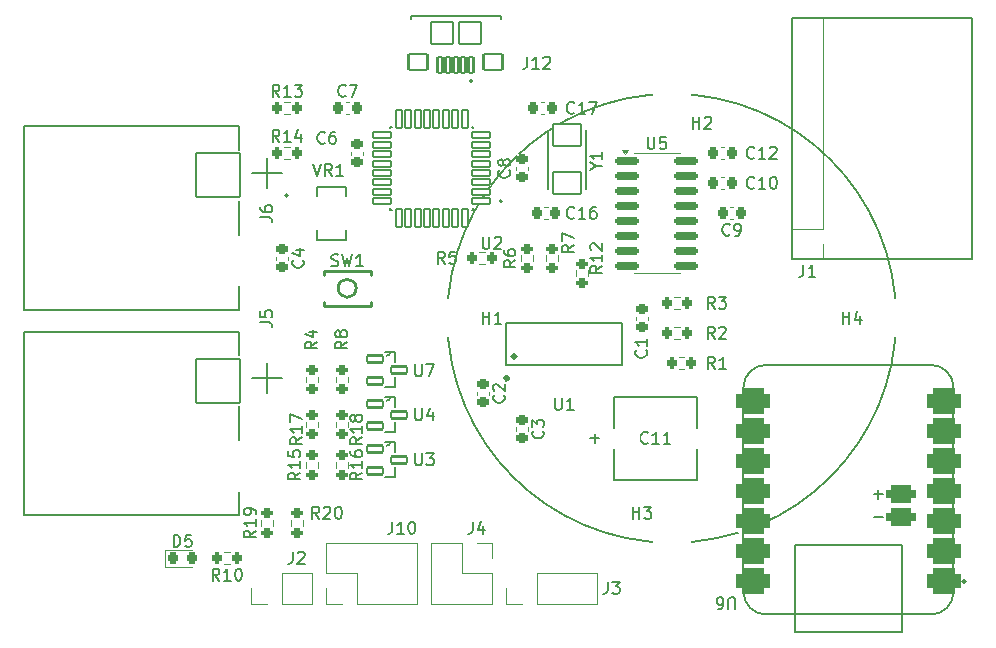
<source format=gbr>
%TF.GenerationSoftware,KiCad,Pcbnew,8.0.4*%
%TF.CreationDate,2024-11-29T22:55:18-05:00*%
%TF.ProjectId,foc_pcb,666f635f-7063-4622-9e6b-696361645f70,2.0*%
%TF.SameCoordinates,Original*%
%TF.FileFunction,Legend,Top*%
%TF.FilePolarity,Positive*%
%FSLAX46Y46*%
G04 Gerber Fmt 4.6, Leading zero omitted, Abs format (unit mm)*
G04 Created by KiCad (PCBNEW 8.0.4) date 2024-11-29 22:55:18*
%MOMM*%
%LPD*%
G01*
G04 APERTURE LIST*
G04 Aperture macros list*
%AMRoundRect*
0 Rectangle with rounded corners*
0 $1 Rounding radius*
0 $2 $3 $4 $5 $6 $7 $8 $9 X,Y pos of 4 corners*
0 Add a 4 corners polygon primitive as box body*
4,1,4,$2,$3,$4,$5,$6,$7,$8,$9,$2,$3,0*
0 Add four circle primitives for the rounded corners*
1,1,$1+$1,$2,$3*
1,1,$1+$1,$4,$5*
1,1,$1+$1,$6,$7*
1,1,$1+$1,$8,$9*
0 Add four rect primitives between the rounded corners*
20,1,$1+$1,$2,$3,$4,$5,0*
20,1,$1+$1,$4,$5,$6,$7,0*
20,1,$1+$1,$6,$7,$8,$9,0*
20,1,$1+$1,$8,$9,$2,$3,0*%
G04 Aperture macros list end*
%ADD10C,0.150000*%
%ADD11C,0.120000*%
%ADD12C,0.152400*%
%ADD13C,0.254000*%
%ADD14C,0.127000*%
%ADD15C,0.200000*%
%ADD16C,0.152500*%
%ADD17C,0.300000*%
%ADD18C,0.010000*%
%ADD19RoundRect,0.200000X0.275000X-0.200000X0.275000X0.200000X-0.275000X0.200000X-0.275000X-0.200000X0*%
%ADD20RoundRect,0.225000X-0.250000X0.225000X-0.250000X-0.225000X0.250000X-0.225000X0.250000X0.225000X0*%
%ADD21R,2.692400X1.092200*%
%ADD22RoundRect,0.200000X-0.275000X0.200000X-0.275000X-0.200000X0.275000X-0.200000X0.275000X0.200000X0*%
%ADD23RoundRect,0.102000X-0.660400X-0.279400X0.660400X-0.279400X0.660400X0.279400X-0.660400X0.279400X0*%
%ADD24R,1.700000X1.700000*%
%ADD25O,1.700000X1.700000*%
%ADD26R,1.350000X1.800000*%
%ADD27RoundRect,0.200000X-0.200000X-0.275000X0.200000X-0.275000X0.200000X0.275000X-0.200000X0.275000X0*%
%ADD28RoundRect,0.225000X0.225000X0.250000X-0.225000X0.250000X-0.225000X-0.250000X0.225000X-0.250000X0*%
%ADD29RoundRect,0.102000X0.200000X0.675000X-0.200000X0.675000X-0.200000X-0.675000X0.200000X-0.675000X0*%
%ADD30RoundRect,0.102000X0.800000X0.700000X-0.800000X0.700000X-0.800000X-0.700000X0.800000X-0.700000X0*%
%ADD31RoundRect,0.102000X0.950000X0.950000X-0.950000X0.950000X-0.950000X-0.950000X0.950000X-0.950000X0*%
%ADD32O,1.104000X2.004000*%
%ADD33RoundRect,0.102000X1.858000X-1.858000X1.858000X1.858000X-1.858000X1.858000X-1.858000X-1.858000X0*%
%ADD34C,3.920000*%
%ADD35O,2.604000X1.404000*%
%ADD36O,0.343000X1.731500*%
%ADD37R,6.200000X2.750000*%
%ADD38RoundRect,0.225000X-0.225000X-0.250000X0.225000X-0.250000X0.225000X0.250000X-0.225000X0.250000X0*%
%ADD39RoundRect,0.218750X-0.218750X-0.256250X0.218750X-0.256250X0.218750X0.256250X-0.218750X0.256250X0*%
%ADD40C,3.200000*%
%ADD41RoundRect,0.550800X0.925800X0.550800X-0.925800X0.550800X-0.925800X-0.550800X0.925800X-0.550800X0*%
%ADD42RoundRect,0.368300X-0.876300X0.368300X-0.876300X-0.368300X0.876300X-0.368300X0.876300X0.368300X0*%
%ADD43RoundRect,0.200000X0.200000X0.275000X-0.200000X0.275000X-0.200000X-0.275000X0.200000X-0.275000X0*%
%ADD44RoundRect,0.102000X-1.200000X0.950000X-1.200000X-0.950000X1.200000X-0.950000X1.200000X0.950000X0*%
%ADD45RoundRect,0.225000X0.250000X-0.225000X0.250000X0.225000X-0.250000X0.225000X-0.250000X-0.225000X0*%
%ADD46RoundRect,0.094250X0.742750X0.282750X-0.742750X0.282750X-0.742750X-0.282750X0.742750X-0.282750X0*%
%ADD47RoundRect,0.094250X0.282750X0.742750X-0.282750X0.742750X-0.282750X-0.742750X0.282750X-0.742750X0*%
%ADD48RoundRect,0.150000X-0.825000X-0.150000X0.825000X-0.150000X0.825000X0.150000X-0.825000X0.150000X0*%
G04 APERTURE END LIST*
D10*
X266650000Y-123190000D02*
G75*
G02*
X228650000Y-123190000I-19000000J0D01*
G01*
X228650000Y-123190000D02*
G75*
G02*
X266650000Y-123190000I19000000J0D01*
G01*
X257810000Y-97760000D02*
X273050000Y-97760000D01*
X273050000Y-118140000D01*
X257810000Y-118140000D01*
X257810000Y-97760000D01*
X212414819Y-141167857D02*
X211938628Y-141501190D01*
X212414819Y-141739285D02*
X211414819Y-141739285D01*
X211414819Y-141739285D02*
X211414819Y-141358333D01*
X211414819Y-141358333D02*
X211462438Y-141263095D01*
X211462438Y-141263095D02*
X211510057Y-141215476D01*
X211510057Y-141215476D02*
X211605295Y-141167857D01*
X211605295Y-141167857D02*
X211748152Y-141167857D01*
X211748152Y-141167857D02*
X211843390Y-141215476D01*
X211843390Y-141215476D02*
X211891009Y-141263095D01*
X211891009Y-141263095D02*
X211938628Y-141358333D01*
X211938628Y-141358333D02*
X211938628Y-141739285D01*
X212414819Y-140215476D02*
X212414819Y-140786904D01*
X212414819Y-140501190D02*
X211414819Y-140501190D01*
X211414819Y-140501190D02*
X211557676Y-140596428D01*
X211557676Y-140596428D02*
X211652914Y-140691666D01*
X211652914Y-140691666D02*
X211700533Y-140786904D01*
X212414819Y-139739285D02*
X212414819Y-139548809D01*
X212414819Y-139548809D02*
X212367200Y-139453571D01*
X212367200Y-139453571D02*
X212319580Y-139405952D01*
X212319580Y-139405952D02*
X212176723Y-139310714D01*
X212176723Y-139310714D02*
X211986247Y-139263095D01*
X211986247Y-139263095D02*
X211605295Y-139263095D01*
X211605295Y-139263095D02*
X211510057Y-139310714D01*
X211510057Y-139310714D02*
X211462438Y-139358333D01*
X211462438Y-139358333D02*
X211414819Y-139453571D01*
X211414819Y-139453571D02*
X211414819Y-139644047D01*
X211414819Y-139644047D02*
X211462438Y-139739285D01*
X211462438Y-139739285D02*
X211510057Y-139786904D01*
X211510057Y-139786904D02*
X211605295Y-139834523D01*
X211605295Y-139834523D02*
X211843390Y-139834523D01*
X211843390Y-139834523D02*
X211938628Y-139786904D01*
X211938628Y-139786904D02*
X211986247Y-139739285D01*
X211986247Y-139739285D02*
X212033866Y-139644047D01*
X212033866Y-139644047D02*
X212033866Y-139453571D01*
X212033866Y-139453571D02*
X211986247Y-139358333D01*
X211986247Y-139358333D02*
X211938628Y-139310714D01*
X211938628Y-139310714D02*
X211843390Y-139263095D01*
X216419580Y-118276666D02*
X216467200Y-118324285D01*
X216467200Y-118324285D02*
X216514819Y-118467142D01*
X216514819Y-118467142D02*
X216514819Y-118562380D01*
X216514819Y-118562380D02*
X216467200Y-118705237D01*
X216467200Y-118705237D02*
X216371961Y-118800475D01*
X216371961Y-118800475D02*
X216276723Y-118848094D01*
X216276723Y-118848094D02*
X216086247Y-118895713D01*
X216086247Y-118895713D02*
X215943390Y-118895713D01*
X215943390Y-118895713D02*
X215752914Y-118848094D01*
X215752914Y-118848094D02*
X215657676Y-118800475D01*
X215657676Y-118800475D02*
X215562438Y-118705237D01*
X215562438Y-118705237D02*
X215514819Y-118562380D01*
X215514819Y-118562380D02*
X215514819Y-118467142D01*
X215514819Y-118467142D02*
X215562438Y-118324285D01*
X215562438Y-118324285D02*
X215610057Y-118276666D01*
X215848152Y-117419523D02*
X216514819Y-117419523D01*
X215467200Y-117657618D02*
X216181485Y-117895713D01*
X216181485Y-117895713D02*
X216181485Y-117276666D01*
X245622842Y-133709580D02*
X245575223Y-133757200D01*
X245575223Y-133757200D02*
X245432366Y-133804819D01*
X245432366Y-133804819D02*
X245337128Y-133804819D01*
X245337128Y-133804819D02*
X245194271Y-133757200D01*
X245194271Y-133757200D02*
X245099033Y-133661961D01*
X245099033Y-133661961D02*
X245051414Y-133566723D01*
X245051414Y-133566723D02*
X245003795Y-133376247D01*
X245003795Y-133376247D02*
X245003795Y-133233390D01*
X245003795Y-133233390D02*
X245051414Y-133042914D01*
X245051414Y-133042914D02*
X245099033Y-132947676D01*
X245099033Y-132947676D02*
X245194271Y-132852438D01*
X245194271Y-132852438D02*
X245337128Y-132804819D01*
X245337128Y-132804819D02*
X245432366Y-132804819D01*
X245432366Y-132804819D02*
X245575223Y-132852438D01*
X245575223Y-132852438D02*
X245622842Y-132900057D01*
X246575223Y-133804819D02*
X246003795Y-133804819D01*
X246289509Y-133804819D02*
X246289509Y-132804819D01*
X246289509Y-132804819D02*
X246194271Y-132947676D01*
X246194271Y-132947676D02*
X246099033Y-133042914D01*
X246099033Y-133042914D02*
X246003795Y-133090533D01*
X247527604Y-133804819D02*
X246956176Y-133804819D01*
X247241890Y-133804819D02*
X247241890Y-132804819D01*
X247241890Y-132804819D02*
X247146652Y-132947676D01*
X247146652Y-132947676D02*
X247051414Y-133042914D01*
X247051414Y-133042914D02*
X246956176Y-133090533D01*
X239374819Y-117006666D02*
X238898628Y-117339999D01*
X239374819Y-117578094D02*
X238374819Y-117578094D01*
X238374819Y-117578094D02*
X238374819Y-117197142D01*
X238374819Y-117197142D02*
X238422438Y-117101904D01*
X238422438Y-117101904D02*
X238470057Y-117054285D01*
X238470057Y-117054285D02*
X238565295Y-117006666D01*
X238565295Y-117006666D02*
X238708152Y-117006666D01*
X238708152Y-117006666D02*
X238803390Y-117054285D01*
X238803390Y-117054285D02*
X238851009Y-117101904D01*
X238851009Y-117101904D02*
X238898628Y-117197142D01*
X238898628Y-117197142D02*
X238898628Y-117578094D01*
X238374819Y-116673332D02*
X238374819Y-116006666D01*
X238374819Y-116006666D02*
X239374819Y-116435237D01*
X225933095Y-134619819D02*
X225933095Y-135429342D01*
X225933095Y-135429342D02*
X225980714Y-135524580D01*
X225980714Y-135524580D02*
X226028333Y-135572200D01*
X226028333Y-135572200D02*
X226123571Y-135619819D01*
X226123571Y-135619819D02*
X226314047Y-135619819D01*
X226314047Y-135619819D02*
X226409285Y-135572200D01*
X226409285Y-135572200D02*
X226456904Y-135524580D01*
X226456904Y-135524580D02*
X226504523Y-135429342D01*
X226504523Y-135429342D02*
X226504523Y-134619819D01*
X226885476Y-134619819D02*
X227504523Y-134619819D01*
X227504523Y-134619819D02*
X227171190Y-135000771D01*
X227171190Y-135000771D02*
X227314047Y-135000771D01*
X227314047Y-135000771D02*
X227409285Y-135048390D01*
X227409285Y-135048390D02*
X227456904Y-135096009D01*
X227456904Y-135096009D02*
X227504523Y-135191247D01*
X227504523Y-135191247D02*
X227504523Y-135429342D01*
X227504523Y-135429342D02*
X227456904Y-135524580D01*
X227456904Y-135524580D02*
X227409285Y-135572200D01*
X227409285Y-135572200D02*
X227314047Y-135619819D01*
X227314047Y-135619819D02*
X227028333Y-135619819D01*
X227028333Y-135619819D02*
X226933095Y-135572200D01*
X226933095Y-135572200D02*
X226885476Y-135524580D01*
X216354819Y-133267857D02*
X215878628Y-133601190D01*
X216354819Y-133839285D02*
X215354819Y-133839285D01*
X215354819Y-133839285D02*
X215354819Y-133458333D01*
X215354819Y-133458333D02*
X215402438Y-133363095D01*
X215402438Y-133363095D02*
X215450057Y-133315476D01*
X215450057Y-133315476D02*
X215545295Y-133267857D01*
X215545295Y-133267857D02*
X215688152Y-133267857D01*
X215688152Y-133267857D02*
X215783390Y-133315476D01*
X215783390Y-133315476D02*
X215831009Y-133363095D01*
X215831009Y-133363095D02*
X215878628Y-133458333D01*
X215878628Y-133458333D02*
X215878628Y-133839285D01*
X216354819Y-132315476D02*
X216354819Y-132886904D01*
X216354819Y-132601190D02*
X215354819Y-132601190D01*
X215354819Y-132601190D02*
X215497676Y-132696428D01*
X215497676Y-132696428D02*
X215592914Y-132791666D01*
X215592914Y-132791666D02*
X215640533Y-132886904D01*
X215354819Y-131982142D02*
X215354819Y-131315476D01*
X215354819Y-131315476D02*
X216354819Y-131744047D01*
X230806666Y-140424819D02*
X230806666Y-141139104D01*
X230806666Y-141139104D02*
X230759047Y-141281961D01*
X230759047Y-141281961D02*
X230663809Y-141377200D01*
X230663809Y-141377200D02*
X230520952Y-141424819D01*
X230520952Y-141424819D02*
X230425714Y-141424819D01*
X231711428Y-140758152D02*
X231711428Y-141424819D01*
X231473333Y-140377200D02*
X231235238Y-141091485D01*
X231235238Y-141091485D02*
X231854285Y-141091485D01*
X234419819Y-118276666D02*
X233943628Y-118609999D01*
X234419819Y-118848094D02*
X233419819Y-118848094D01*
X233419819Y-118848094D02*
X233419819Y-118467142D01*
X233419819Y-118467142D02*
X233467438Y-118371904D01*
X233467438Y-118371904D02*
X233515057Y-118324285D01*
X233515057Y-118324285D02*
X233610295Y-118276666D01*
X233610295Y-118276666D02*
X233753152Y-118276666D01*
X233753152Y-118276666D02*
X233848390Y-118324285D01*
X233848390Y-118324285D02*
X233896009Y-118371904D01*
X233896009Y-118371904D02*
X233943628Y-118467142D01*
X233943628Y-118467142D02*
X233943628Y-118848094D01*
X233419819Y-117419523D02*
X233419819Y-117609999D01*
X233419819Y-117609999D02*
X233467438Y-117705237D01*
X233467438Y-117705237D02*
X233515057Y-117752856D01*
X233515057Y-117752856D02*
X233657914Y-117848094D01*
X233657914Y-117848094D02*
X233848390Y-117895713D01*
X233848390Y-117895713D02*
X234229342Y-117895713D01*
X234229342Y-117895713D02*
X234324580Y-117848094D01*
X234324580Y-117848094D02*
X234372200Y-117800475D01*
X234372200Y-117800475D02*
X234419819Y-117705237D01*
X234419819Y-117705237D02*
X234419819Y-117514761D01*
X234419819Y-117514761D02*
X234372200Y-117419523D01*
X234372200Y-117419523D02*
X234324580Y-117371904D01*
X234324580Y-117371904D02*
X234229342Y-117324285D01*
X234229342Y-117324285D02*
X233991247Y-117324285D01*
X233991247Y-117324285D02*
X233896009Y-117371904D01*
X233896009Y-117371904D02*
X233848390Y-117419523D01*
X233848390Y-117419523D02*
X233800771Y-117514761D01*
X233800771Y-117514761D02*
X233800771Y-117705237D01*
X233800771Y-117705237D02*
X233848390Y-117800475D01*
X233848390Y-117800475D02*
X233896009Y-117848094D01*
X233896009Y-117848094D02*
X233991247Y-117895713D01*
X218841667Y-118730200D02*
X218984524Y-118777819D01*
X218984524Y-118777819D02*
X219222619Y-118777819D01*
X219222619Y-118777819D02*
X219317857Y-118730200D01*
X219317857Y-118730200D02*
X219365476Y-118682580D01*
X219365476Y-118682580D02*
X219413095Y-118587342D01*
X219413095Y-118587342D02*
X219413095Y-118492104D01*
X219413095Y-118492104D02*
X219365476Y-118396866D01*
X219365476Y-118396866D02*
X219317857Y-118349247D01*
X219317857Y-118349247D02*
X219222619Y-118301628D01*
X219222619Y-118301628D02*
X219032143Y-118254009D01*
X219032143Y-118254009D02*
X218936905Y-118206390D01*
X218936905Y-118206390D02*
X218889286Y-118158771D01*
X218889286Y-118158771D02*
X218841667Y-118063533D01*
X218841667Y-118063533D02*
X218841667Y-117968295D01*
X218841667Y-117968295D02*
X218889286Y-117873057D01*
X218889286Y-117873057D02*
X218936905Y-117825438D01*
X218936905Y-117825438D02*
X219032143Y-117777819D01*
X219032143Y-117777819D02*
X219270238Y-117777819D01*
X219270238Y-117777819D02*
X219413095Y-117825438D01*
X219746429Y-117777819D02*
X219984524Y-118777819D01*
X219984524Y-118777819D02*
X220175000Y-118063533D01*
X220175000Y-118063533D02*
X220365476Y-118777819D01*
X220365476Y-118777819D02*
X220603572Y-117777819D01*
X221508333Y-118777819D02*
X220936905Y-118777819D01*
X221222619Y-118777819D02*
X221222619Y-117777819D01*
X221222619Y-117777819D02*
X221127381Y-117920676D01*
X221127381Y-117920676D02*
X221032143Y-118015914D01*
X221032143Y-118015914D02*
X220936905Y-118063533D01*
X214432142Y-104434819D02*
X214098809Y-103958628D01*
X213860714Y-104434819D02*
X213860714Y-103434819D01*
X213860714Y-103434819D02*
X214241666Y-103434819D01*
X214241666Y-103434819D02*
X214336904Y-103482438D01*
X214336904Y-103482438D02*
X214384523Y-103530057D01*
X214384523Y-103530057D02*
X214432142Y-103625295D01*
X214432142Y-103625295D02*
X214432142Y-103768152D01*
X214432142Y-103768152D02*
X214384523Y-103863390D01*
X214384523Y-103863390D02*
X214336904Y-103911009D01*
X214336904Y-103911009D02*
X214241666Y-103958628D01*
X214241666Y-103958628D02*
X213860714Y-103958628D01*
X215384523Y-104434819D02*
X214813095Y-104434819D01*
X215098809Y-104434819D02*
X215098809Y-103434819D01*
X215098809Y-103434819D02*
X215003571Y-103577676D01*
X215003571Y-103577676D02*
X214908333Y-103672914D01*
X214908333Y-103672914D02*
X214813095Y-103720533D01*
X215717857Y-103434819D02*
X216336904Y-103434819D01*
X216336904Y-103434819D02*
X216003571Y-103815771D01*
X216003571Y-103815771D02*
X216146428Y-103815771D01*
X216146428Y-103815771D02*
X216241666Y-103863390D01*
X216241666Y-103863390D02*
X216289285Y-103911009D01*
X216289285Y-103911009D02*
X216336904Y-104006247D01*
X216336904Y-104006247D02*
X216336904Y-104244342D01*
X216336904Y-104244342D02*
X216289285Y-104339580D01*
X216289285Y-104339580D02*
X216241666Y-104387200D01*
X216241666Y-104387200D02*
X216146428Y-104434819D01*
X216146428Y-104434819D02*
X215860714Y-104434819D01*
X215860714Y-104434819D02*
X215765476Y-104387200D01*
X215765476Y-104387200D02*
X215717857Y-104339580D01*
X251293333Y-124914819D02*
X250960000Y-124438628D01*
X250721905Y-124914819D02*
X250721905Y-123914819D01*
X250721905Y-123914819D02*
X251102857Y-123914819D01*
X251102857Y-123914819D02*
X251198095Y-123962438D01*
X251198095Y-123962438D02*
X251245714Y-124010057D01*
X251245714Y-124010057D02*
X251293333Y-124105295D01*
X251293333Y-124105295D02*
X251293333Y-124248152D01*
X251293333Y-124248152D02*
X251245714Y-124343390D01*
X251245714Y-124343390D02*
X251198095Y-124391009D01*
X251198095Y-124391009D02*
X251102857Y-124438628D01*
X251102857Y-124438628D02*
X250721905Y-124438628D01*
X251674286Y-124010057D02*
X251721905Y-123962438D01*
X251721905Y-123962438D02*
X251817143Y-123914819D01*
X251817143Y-123914819D02*
X252055238Y-123914819D01*
X252055238Y-123914819D02*
X252150476Y-123962438D01*
X252150476Y-123962438D02*
X252198095Y-124010057D01*
X252198095Y-124010057D02*
X252245714Y-124105295D01*
X252245714Y-124105295D02*
X252245714Y-124200533D01*
X252245714Y-124200533D02*
X252198095Y-124343390D01*
X252198095Y-124343390D02*
X251626667Y-124914819D01*
X251626667Y-124914819D02*
X252245714Y-124914819D01*
X225933095Y-130809819D02*
X225933095Y-131619342D01*
X225933095Y-131619342D02*
X225980714Y-131714580D01*
X225980714Y-131714580D02*
X226028333Y-131762200D01*
X226028333Y-131762200D02*
X226123571Y-131809819D01*
X226123571Y-131809819D02*
X226314047Y-131809819D01*
X226314047Y-131809819D02*
X226409285Y-131762200D01*
X226409285Y-131762200D02*
X226456904Y-131714580D01*
X226456904Y-131714580D02*
X226504523Y-131619342D01*
X226504523Y-131619342D02*
X226504523Y-130809819D01*
X227409285Y-131143152D02*
X227409285Y-131809819D01*
X227171190Y-130762200D02*
X226933095Y-131476485D01*
X226933095Y-131476485D02*
X227552142Y-131476485D01*
X252563333Y-116089580D02*
X252515714Y-116137200D01*
X252515714Y-116137200D02*
X252372857Y-116184819D01*
X252372857Y-116184819D02*
X252277619Y-116184819D01*
X252277619Y-116184819D02*
X252134762Y-116137200D01*
X252134762Y-116137200D02*
X252039524Y-116041961D01*
X252039524Y-116041961D02*
X251991905Y-115946723D01*
X251991905Y-115946723D02*
X251944286Y-115756247D01*
X251944286Y-115756247D02*
X251944286Y-115613390D01*
X251944286Y-115613390D02*
X251991905Y-115422914D01*
X251991905Y-115422914D02*
X252039524Y-115327676D01*
X252039524Y-115327676D02*
X252134762Y-115232438D01*
X252134762Y-115232438D02*
X252277619Y-115184819D01*
X252277619Y-115184819D02*
X252372857Y-115184819D01*
X252372857Y-115184819D02*
X252515714Y-115232438D01*
X252515714Y-115232438D02*
X252563333Y-115280057D01*
X253039524Y-116184819D02*
X253230000Y-116184819D01*
X253230000Y-116184819D02*
X253325238Y-116137200D01*
X253325238Y-116137200D02*
X253372857Y-116089580D01*
X253372857Y-116089580D02*
X253468095Y-115946723D01*
X253468095Y-115946723D02*
X253515714Y-115756247D01*
X253515714Y-115756247D02*
X253515714Y-115375295D01*
X253515714Y-115375295D02*
X253468095Y-115280057D01*
X253468095Y-115280057D02*
X253420476Y-115232438D01*
X253420476Y-115232438D02*
X253325238Y-115184819D01*
X253325238Y-115184819D02*
X253134762Y-115184819D01*
X253134762Y-115184819D02*
X253039524Y-115232438D01*
X253039524Y-115232438D02*
X252991905Y-115280057D01*
X252991905Y-115280057D02*
X252944286Y-115375295D01*
X252944286Y-115375295D02*
X252944286Y-115613390D01*
X252944286Y-115613390D02*
X252991905Y-115708628D01*
X252991905Y-115708628D02*
X253039524Y-115756247D01*
X253039524Y-115756247D02*
X253134762Y-115803866D01*
X253134762Y-115803866D02*
X253325238Y-115803866D01*
X253325238Y-115803866D02*
X253420476Y-115756247D01*
X253420476Y-115756247D02*
X253468095Y-115708628D01*
X253468095Y-115708628D02*
X253515714Y-115613390D01*
X235410476Y-101054819D02*
X235410476Y-101769104D01*
X235410476Y-101769104D02*
X235362857Y-101911961D01*
X235362857Y-101911961D02*
X235267619Y-102007200D01*
X235267619Y-102007200D02*
X235124762Y-102054819D01*
X235124762Y-102054819D02*
X235029524Y-102054819D01*
X236410476Y-102054819D02*
X235839048Y-102054819D01*
X236124762Y-102054819D02*
X236124762Y-101054819D01*
X236124762Y-101054819D02*
X236029524Y-101197676D01*
X236029524Y-101197676D02*
X235934286Y-101292914D01*
X235934286Y-101292914D02*
X235839048Y-101340533D01*
X236791429Y-101150057D02*
X236839048Y-101102438D01*
X236839048Y-101102438D02*
X236934286Y-101054819D01*
X236934286Y-101054819D02*
X237172381Y-101054819D01*
X237172381Y-101054819D02*
X237267619Y-101102438D01*
X237267619Y-101102438D02*
X237315238Y-101150057D01*
X237315238Y-101150057D02*
X237362857Y-101245295D01*
X237362857Y-101245295D02*
X237362857Y-101340533D01*
X237362857Y-101340533D02*
X237315238Y-101483390D01*
X237315238Y-101483390D02*
X236743810Y-102054819D01*
X236743810Y-102054819D02*
X237362857Y-102054819D01*
X212814583Y-123523480D02*
X213529183Y-123523480D01*
X213529183Y-123523480D02*
X213672103Y-123571120D01*
X213672103Y-123571120D02*
X213767384Y-123666400D01*
X213767384Y-123666400D02*
X213815024Y-123809320D01*
X213815024Y-123809320D02*
X213815024Y-123904600D01*
X212814583Y-122570679D02*
X212814583Y-123047079D01*
X212814583Y-123047079D02*
X213290983Y-123094719D01*
X213290983Y-123094719D02*
X213243343Y-123047079D01*
X213243343Y-123047079D02*
X213195703Y-122951799D01*
X213195703Y-122951799D02*
X213195703Y-122713599D01*
X213195703Y-122713599D02*
X213243343Y-122618319D01*
X213243343Y-122618319D02*
X213290983Y-122570679D01*
X213290983Y-122570679D02*
X213386263Y-122523039D01*
X213386263Y-122523039D02*
X213624463Y-122523039D01*
X213624463Y-122523039D02*
X213719743Y-122570679D01*
X213719743Y-122570679D02*
X213767384Y-122618319D01*
X213767384Y-122618319D02*
X213815024Y-122713599D01*
X213815024Y-122713599D02*
X213815024Y-122951799D01*
X213815024Y-122951799D02*
X213767384Y-123047079D01*
X213767384Y-123047079D02*
X213719743Y-123094719D01*
X258806666Y-118654819D02*
X258806666Y-119369104D01*
X258806666Y-119369104D02*
X258759047Y-119511961D01*
X258759047Y-119511961D02*
X258663809Y-119607200D01*
X258663809Y-119607200D02*
X258520952Y-119654819D01*
X258520952Y-119654819D02*
X258425714Y-119654819D01*
X259806666Y-119654819D02*
X259235238Y-119654819D01*
X259520952Y-119654819D02*
X259520952Y-118654819D01*
X259520952Y-118654819D02*
X259425714Y-118797676D01*
X259425714Y-118797676D02*
X259330476Y-118892914D01*
X259330476Y-118892914D02*
X259235238Y-118940533D01*
X233424580Y-129706666D02*
X233472200Y-129754285D01*
X233472200Y-129754285D02*
X233519819Y-129897142D01*
X233519819Y-129897142D02*
X233519819Y-129992380D01*
X233519819Y-129992380D02*
X233472200Y-130135237D01*
X233472200Y-130135237D02*
X233376961Y-130230475D01*
X233376961Y-130230475D02*
X233281723Y-130278094D01*
X233281723Y-130278094D02*
X233091247Y-130325713D01*
X233091247Y-130325713D02*
X232948390Y-130325713D01*
X232948390Y-130325713D02*
X232757914Y-130278094D01*
X232757914Y-130278094D02*
X232662676Y-130230475D01*
X232662676Y-130230475D02*
X232567438Y-130135237D01*
X232567438Y-130135237D02*
X232519819Y-129992380D01*
X232519819Y-129992380D02*
X232519819Y-129897142D01*
X232519819Y-129897142D02*
X232567438Y-129754285D01*
X232567438Y-129754285D02*
X232615057Y-129706666D01*
X232615057Y-129325713D02*
X232567438Y-129278094D01*
X232567438Y-129278094D02*
X232519819Y-129182856D01*
X232519819Y-129182856D02*
X232519819Y-128944761D01*
X232519819Y-128944761D02*
X232567438Y-128849523D01*
X232567438Y-128849523D02*
X232615057Y-128801904D01*
X232615057Y-128801904D02*
X232710295Y-128754285D01*
X232710295Y-128754285D02*
X232805533Y-128754285D01*
X232805533Y-128754285D02*
X232948390Y-128801904D01*
X232948390Y-128801904D02*
X233519819Y-129373332D01*
X233519819Y-129373332D02*
X233519819Y-128754285D01*
X242236666Y-145504819D02*
X242236666Y-146219104D01*
X242236666Y-146219104D02*
X242189047Y-146361961D01*
X242189047Y-146361961D02*
X242093809Y-146457200D01*
X242093809Y-146457200D02*
X241950952Y-146504819D01*
X241950952Y-146504819D02*
X241855714Y-146504819D01*
X242617619Y-145504819D02*
X243236666Y-145504819D01*
X243236666Y-145504819D02*
X242903333Y-145885771D01*
X242903333Y-145885771D02*
X243046190Y-145885771D01*
X243046190Y-145885771D02*
X243141428Y-145933390D01*
X243141428Y-145933390D02*
X243189047Y-145981009D01*
X243189047Y-145981009D02*
X243236666Y-146076247D01*
X243236666Y-146076247D02*
X243236666Y-146314342D01*
X243236666Y-146314342D02*
X243189047Y-146409580D01*
X243189047Y-146409580D02*
X243141428Y-146457200D01*
X243141428Y-146457200D02*
X243046190Y-146504819D01*
X243046190Y-146504819D02*
X242760476Y-146504819D01*
X242760476Y-146504819D02*
X242665238Y-146457200D01*
X242665238Y-146457200D02*
X242617619Y-146409580D01*
X237763095Y-129938819D02*
X237763095Y-130748342D01*
X237763095Y-130748342D02*
X237810714Y-130843580D01*
X237810714Y-130843580D02*
X237858333Y-130891200D01*
X237858333Y-130891200D02*
X237953571Y-130938819D01*
X237953571Y-130938819D02*
X238144047Y-130938819D01*
X238144047Y-130938819D02*
X238239285Y-130891200D01*
X238239285Y-130891200D02*
X238286904Y-130843580D01*
X238286904Y-130843580D02*
X238334523Y-130748342D01*
X238334523Y-130748342D02*
X238334523Y-129938819D01*
X239334523Y-130938819D02*
X238763095Y-130938819D01*
X239048809Y-130938819D02*
X239048809Y-129938819D01*
X239048809Y-129938819D02*
X238953571Y-130081676D01*
X238953571Y-130081676D02*
X238858333Y-130176914D01*
X238858333Y-130176914D02*
X238763095Y-130224533D01*
X216194819Y-136252857D02*
X215718628Y-136586190D01*
X216194819Y-136824285D02*
X215194819Y-136824285D01*
X215194819Y-136824285D02*
X215194819Y-136443333D01*
X215194819Y-136443333D02*
X215242438Y-136348095D01*
X215242438Y-136348095D02*
X215290057Y-136300476D01*
X215290057Y-136300476D02*
X215385295Y-136252857D01*
X215385295Y-136252857D02*
X215528152Y-136252857D01*
X215528152Y-136252857D02*
X215623390Y-136300476D01*
X215623390Y-136300476D02*
X215671009Y-136348095D01*
X215671009Y-136348095D02*
X215718628Y-136443333D01*
X215718628Y-136443333D02*
X215718628Y-136824285D01*
X216194819Y-135300476D02*
X216194819Y-135871904D01*
X216194819Y-135586190D02*
X215194819Y-135586190D01*
X215194819Y-135586190D02*
X215337676Y-135681428D01*
X215337676Y-135681428D02*
X215432914Y-135776666D01*
X215432914Y-135776666D02*
X215480533Y-135871904D01*
X215194819Y-134395714D02*
X215194819Y-134871904D01*
X215194819Y-134871904D02*
X215671009Y-134919523D01*
X215671009Y-134919523D02*
X215623390Y-134871904D01*
X215623390Y-134871904D02*
X215575771Y-134776666D01*
X215575771Y-134776666D02*
X215575771Y-134538571D01*
X215575771Y-134538571D02*
X215623390Y-134443333D01*
X215623390Y-134443333D02*
X215671009Y-134395714D01*
X215671009Y-134395714D02*
X215766247Y-134348095D01*
X215766247Y-134348095D02*
X216004342Y-134348095D01*
X216004342Y-134348095D02*
X216099580Y-134395714D01*
X216099580Y-134395714D02*
X216147200Y-134443333D01*
X216147200Y-134443333D02*
X216194819Y-134538571D01*
X216194819Y-134538571D02*
X216194819Y-134776666D01*
X216194819Y-134776666D02*
X216147200Y-134871904D01*
X216147200Y-134871904D02*
X216099580Y-134919523D01*
X254627142Y-112119580D02*
X254579523Y-112167200D01*
X254579523Y-112167200D02*
X254436666Y-112214819D01*
X254436666Y-112214819D02*
X254341428Y-112214819D01*
X254341428Y-112214819D02*
X254198571Y-112167200D01*
X254198571Y-112167200D02*
X254103333Y-112071961D01*
X254103333Y-112071961D02*
X254055714Y-111976723D01*
X254055714Y-111976723D02*
X254008095Y-111786247D01*
X254008095Y-111786247D02*
X254008095Y-111643390D01*
X254008095Y-111643390D02*
X254055714Y-111452914D01*
X254055714Y-111452914D02*
X254103333Y-111357676D01*
X254103333Y-111357676D02*
X254198571Y-111262438D01*
X254198571Y-111262438D02*
X254341428Y-111214819D01*
X254341428Y-111214819D02*
X254436666Y-111214819D01*
X254436666Y-111214819D02*
X254579523Y-111262438D01*
X254579523Y-111262438D02*
X254627142Y-111310057D01*
X255579523Y-112214819D02*
X255008095Y-112214819D01*
X255293809Y-112214819D02*
X255293809Y-111214819D01*
X255293809Y-111214819D02*
X255198571Y-111357676D01*
X255198571Y-111357676D02*
X255103333Y-111452914D01*
X255103333Y-111452914D02*
X255008095Y-111500533D01*
X256198571Y-111214819D02*
X256293809Y-111214819D01*
X256293809Y-111214819D02*
X256389047Y-111262438D01*
X256389047Y-111262438D02*
X256436666Y-111310057D01*
X256436666Y-111310057D02*
X256484285Y-111405295D01*
X256484285Y-111405295D02*
X256531904Y-111595771D01*
X256531904Y-111595771D02*
X256531904Y-111833866D01*
X256531904Y-111833866D02*
X256484285Y-112024342D01*
X256484285Y-112024342D02*
X256436666Y-112119580D01*
X256436666Y-112119580D02*
X256389047Y-112167200D01*
X256389047Y-112167200D02*
X256293809Y-112214819D01*
X256293809Y-112214819D02*
X256198571Y-112214819D01*
X256198571Y-112214819D02*
X256103333Y-112167200D01*
X256103333Y-112167200D02*
X256055714Y-112119580D01*
X256055714Y-112119580D02*
X256008095Y-112024342D01*
X256008095Y-112024342D02*
X255960476Y-111833866D01*
X255960476Y-111833866D02*
X255960476Y-111595771D01*
X255960476Y-111595771D02*
X256008095Y-111405295D01*
X256008095Y-111405295D02*
X256055714Y-111310057D01*
X256055714Y-111310057D02*
X256103333Y-111262438D01*
X256103333Y-111262438D02*
X256198571Y-111214819D01*
X241754819Y-118752857D02*
X241278628Y-119086190D01*
X241754819Y-119324285D02*
X240754819Y-119324285D01*
X240754819Y-119324285D02*
X240754819Y-118943333D01*
X240754819Y-118943333D02*
X240802438Y-118848095D01*
X240802438Y-118848095D02*
X240850057Y-118800476D01*
X240850057Y-118800476D02*
X240945295Y-118752857D01*
X240945295Y-118752857D02*
X241088152Y-118752857D01*
X241088152Y-118752857D02*
X241183390Y-118800476D01*
X241183390Y-118800476D02*
X241231009Y-118848095D01*
X241231009Y-118848095D02*
X241278628Y-118943333D01*
X241278628Y-118943333D02*
X241278628Y-119324285D01*
X241754819Y-117800476D02*
X241754819Y-118371904D01*
X241754819Y-118086190D02*
X240754819Y-118086190D01*
X240754819Y-118086190D02*
X240897676Y-118181428D01*
X240897676Y-118181428D02*
X240992914Y-118276666D01*
X240992914Y-118276666D02*
X241040533Y-118371904D01*
X240850057Y-117419523D02*
X240802438Y-117371904D01*
X240802438Y-117371904D02*
X240754819Y-117276666D01*
X240754819Y-117276666D02*
X240754819Y-117038571D01*
X240754819Y-117038571D02*
X240802438Y-116943333D01*
X240802438Y-116943333D02*
X240850057Y-116895714D01*
X240850057Y-116895714D02*
X240945295Y-116848095D01*
X240945295Y-116848095D02*
X241040533Y-116848095D01*
X241040533Y-116848095D02*
X241183390Y-116895714D01*
X241183390Y-116895714D02*
X241754819Y-117467142D01*
X241754819Y-117467142D02*
X241754819Y-116848095D01*
X228433333Y-118564819D02*
X228100000Y-118088628D01*
X227861905Y-118564819D02*
X227861905Y-117564819D01*
X227861905Y-117564819D02*
X228242857Y-117564819D01*
X228242857Y-117564819D02*
X228338095Y-117612438D01*
X228338095Y-117612438D02*
X228385714Y-117660057D01*
X228385714Y-117660057D02*
X228433333Y-117755295D01*
X228433333Y-117755295D02*
X228433333Y-117898152D01*
X228433333Y-117898152D02*
X228385714Y-117993390D01*
X228385714Y-117993390D02*
X228338095Y-118041009D01*
X228338095Y-118041009D02*
X228242857Y-118088628D01*
X228242857Y-118088628D02*
X227861905Y-118088628D01*
X229338095Y-117564819D02*
X228861905Y-117564819D01*
X228861905Y-117564819D02*
X228814286Y-118041009D01*
X228814286Y-118041009D02*
X228861905Y-117993390D01*
X228861905Y-117993390D02*
X228957143Y-117945771D01*
X228957143Y-117945771D02*
X229195238Y-117945771D01*
X229195238Y-117945771D02*
X229290476Y-117993390D01*
X229290476Y-117993390D02*
X229338095Y-118041009D01*
X229338095Y-118041009D02*
X229385714Y-118136247D01*
X229385714Y-118136247D02*
X229385714Y-118374342D01*
X229385714Y-118374342D02*
X229338095Y-118469580D01*
X229338095Y-118469580D02*
X229290476Y-118517200D01*
X229290476Y-118517200D02*
X229195238Y-118564819D01*
X229195238Y-118564819D02*
X228957143Y-118564819D01*
X228957143Y-118564819D02*
X228861905Y-118517200D01*
X228861905Y-118517200D02*
X228814286Y-118469580D01*
X205484405Y-142534819D02*
X205484405Y-141534819D01*
X205484405Y-141534819D02*
X205722500Y-141534819D01*
X205722500Y-141534819D02*
X205865357Y-141582438D01*
X205865357Y-141582438D02*
X205960595Y-141677676D01*
X205960595Y-141677676D02*
X206008214Y-141772914D01*
X206008214Y-141772914D02*
X206055833Y-141963390D01*
X206055833Y-141963390D02*
X206055833Y-142106247D01*
X206055833Y-142106247D02*
X206008214Y-142296723D01*
X206008214Y-142296723D02*
X205960595Y-142391961D01*
X205960595Y-142391961D02*
X205865357Y-142487200D01*
X205865357Y-142487200D02*
X205722500Y-142534819D01*
X205722500Y-142534819D02*
X205484405Y-142534819D01*
X206960595Y-141534819D02*
X206484405Y-141534819D01*
X206484405Y-141534819D02*
X206436786Y-142011009D01*
X206436786Y-142011009D02*
X206484405Y-141963390D01*
X206484405Y-141963390D02*
X206579643Y-141915771D01*
X206579643Y-141915771D02*
X206817738Y-141915771D01*
X206817738Y-141915771D02*
X206912976Y-141963390D01*
X206912976Y-141963390D02*
X206960595Y-142011009D01*
X206960595Y-142011009D02*
X207008214Y-142106247D01*
X207008214Y-142106247D02*
X207008214Y-142344342D01*
X207008214Y-142344342D02*
X206960595Y-142439580D01*
X206960595Y-142439580D02*
X206912976Y-142487200D01*
X206912976Y-142487200D02*
X206817738Y-142534819D01*
X206817738Y-142534819D02*
X206579643Y-142534819D01*
X206579643Y-142534819D02*
X206484405Y-142487200D01*
X206484405Y-142487200D02*
X206436786Y-142439580D01*
X249428095Y-107134819D02*
X249428095Y-106134819D01*
X249428095Y-106611009D02*
X249999523Y-106611009D01*
X249999523Y-107134819D02*
X249999523Y-106134819D01*
X250428095Y-106230057D02*
X250475714Y-106182438D01*
X250475714Y-106182438D02*
X250570952Y-106134819D01*
X250570952Y-106134819D02*
X250809047Y-106134819D01*
X250809047Y-106134819D02*
X250904285Y-106182438D01*
X250904285Y-106182438D02*
X250951904Y-106230057D01*
X250951904Y-106230057D02*
X250999523Y-106325295D01*
X250999523Y-106325295D02*
X250999523Y-106420533D01*
X250999523Y-106420533D02*
X250951904Y-106563390D01*
X250951904Y-106563390D02*
X250380476Y-107134819D01*
X250380476Y-107134819D02*
X250999523Y-107134819D01*
X220038333Y-104339580D02*
X219990714Y-104387200D01*
X219990714Y-104387200D02*
X219847857Y-104434819D01*
X219847857Y-104434819D02*
X219752619Y-104434819D01*
X219752619Y-104434819D02*
X219609762Y-104387200D01*
X219609762Y-104387200D02*
X219514524Y-104291961D01*
X219514524Y-104291961D02*
X219466905Y-104196723D01*
X219466905Y-104196723D02*
X219419286Y-104006247D01*
X219419286Y-104006247D02*
X219419286Y-103863390D01*
X219419286Y-103863390D02*
X219466905Y-103672914D01*
X219466905Y-103672914D02*
X219514524Y-103577676D01*
X219514524Y-103577676D02*
X219609762Y-103482438D01*
X219609762Y-103482438D02*
X219752619Y-103434819D01*
X219752619Y-103434819D02*
X219847857Y-103434819D01*
X219847857Y-103434819D02*
X219990714Y-103482438D01*
X219990714Y-103482438D02*
X220038333Y-103530057D01*
X220371667Y-103434819D02*
X221038333Y-103434819D01*
X221038333Y-103434819D02*
X220609762Y-104434819D01*
X253028220Y-147815180D02*
X253028220Y-147005657D01*
X253028220Y-147005657D02*
X252980601Y-146910419D01*
X252980601Y-146910419D02*
X252932982Y-146862800D01*
X252932982Y-146862800D02*
X252837744Y-146815180D01*
X252837744Y-146815180D02*
X252647268Y-146815180D01*
X252647268Y-146815180D02*
X252552030Y-146862800D01*
X252552030Y-146862800D02*
X252504411Y-146910419D01*
X252504411Y-146910419D02*
X252456792Y-147005657D01*
X252456792Y-147005657D02*
X252456792Y-147815180D01*
X251552030Y-147815180D02*
X251742506Y-147815180D01*
X251742506Y-147815180D02*
X251837744Y-147767561D01*
X251837744Y-147767561D02*
X251885363Y-147719942D01*
X251885363Y-147719942D02*
X251980601Y-147577085D01*
X251980601Y-147577085D02*
X252028220Y-147386609D01*
X252028220Y-147386609D02*
X252028220Y-147005657D01*
X252028220Y-147005657D02*
X251980601Y-146910419D01*
X251980601Y-146910419D02*
X251932982Y-146862800D01*
X251932982Y-146862800D02*
X251837744Y-146815180D01*
X251837744Y-146815180D02*
X251647268Y-146815180D01*
X251647268Y-146815180D02*
X251552030Y-146862800D01*
X251552030Y-146862800D02*
X251504411Y-146910419D01*
X251504411Y-146910419D02*
X251456792Y-147005657D01*
X251456792Y-147005657D02*
X251456792Y-147243752D01*
X251456792Y-147243752D02*
X251504411Y-147338990D01*
X251504411Y-147338990D02*
X251552030Y-147386609D01*
X251552030Y-147386609D02*
X251647268Y-147434228D01*
X251647268Y-147434228D02*
X251837744Y-147434228D01*
X251837744Y-147434228D02*
X251932982Y-147386609D01*
X251932982Y-147386609D02*
X251980601Y-147338990D01*
X251980601Y-147338990D02*
X252028220Y-147243752D01*
X221434819Y-133267857D02*
X220958628Y-133601190D01*
X221434819Y-133839285D02*
X220434819Y-133839285D01*
X220434819Y-133839285D02*
X220434819Y-133458333D01*
X220434819Y-133458333D02*
X220482438Y-133363095D01*
X220482438Y-133363095D02*
X220530057Y-133315476D01*
X220530057Y-133315476D02*
X220625295Y-133267857D01*
X220625295Y-133267857D02*
X220768152Y-133267857D01*
X220768152Y-133267857D02*
X220863390Y-133315476D01*
X220863390Y-133315476D02*
X220911009Y-133363095D01*
X220911009Y-133363095D02*
X220958628Y-133458333D01*
X220958628Y-133458333D02*
X220958628Y-133839285D01*
X221434819Y-132315476D02*
X221434819Y-132886904D01*
X221434819Y-132601190D02*
X220434819Y-132601190D01*
X220434819Y-132601190D02*
X220577676Y-132696428D01*
X220577676Y-132696428D02*
X220672914Y-132791666D01*
X220672914Y-132791666D02*
X220720533Y-132886904D01*
X220863390Y-131744047D02*
X220815771Y-131839285D01*
X220815771Y-131839285D02*
X220768152Y-131886904D01*
X220768152Y-131886904D02*
X220672914Y-131934523D01*
X220672914Y-131934523D02*
X220625295Y-131934523D01*
X220625295Y-131934523D02*
X220530057Y-131886904D01*
X220530057Y-131886904D02*
X220482438Y-131839285D01*
X220482438Y-131839285D02*
X220434819Y-131744047D01*
X220434819Y-131744047D02*
X220434819Y-131553571D01*
X220434819Y-131553571D02*
X220482438Y-131458333D01*
X220482438Y-131458333D02*
X220530057Y-131410714D01*
X220530057Y-131410714D02*
X220625295Y-131363095D01*
X220625295Y-131363095D02*
X220672914Y-131363095D01*
X220672914Y-131363095D02*
X220768152Y-131410714D01*
X220768152Y-131410714D02*
X220815771Y-131458333D01*
X220815771Y-131458333D02*
X220863390Y-131553571D01*
X220863390Y-131553571D02*
X220863390Y-131744047D01*
X220863390Y-131744047D02*
X220911009Y-131839285D01*
X220911009Y-131839285D02*
X220958628Y-131886904D01*
X220958628Y-131886904D02*
X221053866Y-131934523D01*
X221053866Y-131934523D02*
X221244342Y-131934523D01*
X221244342Y-131934523D02*
X221339580Y-131886904D01*
X221339580Y-131886904D02*
X221387200Y-131839285D01*
X221387200Y-131839285D02*
X221434819Y-131744047D01*
X221434819Y-131744047D02*
X221434819Y-131553571D01*
X221434819Y-131553571D02*
X221387200Y-131458333D01*
X221387200Y-131458333D02*
X221339580Y-131410714D01*
X221339580Y-131410714D02*
X221244342Y-131363095D01*
X221244342Y-131363095D02*
X221053866Y-131363095D01*
X221053866Y-131363095D02*
X220958628Y-131410714D01*
X220958628Y-131410714D02*
X220911009Y-131458333D01*
X220911009Y-131458333D02*
X220863390Y-131553571D01*
X262128095Y-123644819D02*
X262128095Y-122644819D01*
X262128095Y-123121009D02*
X262699523Y-123121009D01*
X262699523Y-123644819D02*
X262699523Y-122644819D01*
X263604285Y-122978152D02*
X263604285Y-123644819D01*
X263366190Y-122597200D02*
X263128095Y-123311485D01*
X263128095Y-123311485D02*
X263747142Y-123311485D01*
X254627142Y-109579580D02*
X254579523Y-109627200D01*
X254579523Y-109627200D02*
X254436666Y-109674819D01*
X254436666Y-109674819D02*
X254341428Y-109674819D01*
X254341428Y-109674819D02*
X254198571Y-109627200D01*
X254198571Y-109627200D02*
X254103333Y-109531961D01*
X254103333Y-109531961D02*
X254055714Y-109436723D01*
X254055714Y-109436723D02*
X254008095Y-109246247D01*
X254008095Y-109246247D02*
X254008095Y-109103390D01*
X254008095Y-109103390D02*
X254055714Y-108912914D01*
X254055714Y-108912914D02*
X254103333Y-108817676D01*
X254103333Y-108817676D02*
X254198571Y-108722438D01*
X254198571Y-108722438D02*
X254341428Y-108674819D01*
X254341428Y-108674819D02*
X254436666Y-108674819D01*
X254436666Y-108674819D02*
X254579523Y-108722438D01*
X254579523Y-108722438D02*
X254627142Y-108770057D01*
X255579523Y-109674819D02*
X255008095Y-109674819D01*
X255293809Y-109674819D02*
X255293809Y-108674819D01*
X255293809Y-108674819D02*
X255198571Y-108817676D01*
X255198571Y-108817676D02*
X255103333Y-108912914D01*
X255103333Y-108912914D02*
X255008095Y-108960533D01*
X255960476Y-108770057D02*
X256008095Y-108722438D01*
X256008095Y-108722438D02*
X256103333Y-108674819D01*
X256103333Y-108674819D02*
X256341428Y-108674819D01*
X256341428Y-108674819D02*
X256436666Y-108722438D01*
X256436666Y-108722438D02*
X256484285Y-108770057D01*
X256484285Y-108770057D02*
X256531904Y-108865295D01*
X256531904Y-108865295D02*
X256531904Y-108960533D01*
X256531904Y-108960533D02*
X256484285Y-109103390D01*
X256484285Y-109103390D02*
X255912857Y-109674819D01*
X255912857Y-109674819D02*
X256531904Y-109674819D01*
X239387142Y-114659580D02*
X239339523Y-114707200D01*
X239339523Y-114707200D02*
X239196666Y-114754819D01*
X239196666Y-114754819D02*
X239101428Y-114754819D01*
X239101428Y-114754819D02*
X238958571Y-114707200D01*
X238958571Y-114707200D02*
X238863333Y-114611961D01*
X238863333Y-114611961D02*
X238815714Y-114516723D01*
X238815714Y-114516723D02*
X238768095Y-114326247D01*
X238768095Y-114326247D02*
X238768095Y-114183390D01*
X238768095Y-114183390D02*
X238815714Y-113992914D01*
X238815714Y-113992914D02*
X238863333Y-113897676D01*
X238863333Y-113897676D02*
X238958571Y-113802438D01*
X238958571Y-113802438D02*
X239101428Y-113754819D01*
X239101428Y-113754819D02*
X239196666Y-113754819D01*
X239196666Y-113754819D02*
X239339523Y-113802438D01*
X239339523Y-113802438D02*
X239387142Y-113850057D01*
X240339523Y-114754819D02*
X239768095Y-114754819D01*
X240053809Y-114754819D02*
X240053809Y-113754819D01*
X240053809Y-113754819D02*
X239958571Y-113897676D01*
X239958571Y-113897676D02*
X239863333Y-113992914D01*
X239863333Y-113992914D02*
X239768095Y-114040533D01*
X241196666Y-113754819D02*
X241006190Y-113754819D01*
X241006190Y-113754819D02*
X240910952Y-113802438D01*
X240910952Y-113802438D02*
X240863333Y-113850057D01*
X240863333Y-113850057D02*
X240768095Y-113992914D01*
X240768095Y-113992914D02*
X240720476Y-114183390D01*
X240720476Y-114183390D02*
X240720476Y-114564342D01*
X240720476Y-114564342D02*
X240768095Y-114659580D01*
X240768095Y-114659580D02*
X240815714Y-114707200D01*
X240815714Y-114707200D02*
X240910952Y-114754819D01*
X240910952Y-114754819D02*
X241101428Y-114754819D01*
X241101428Y-114754819D02*
X241196666Y-114707200D01*
X241196666Y-114707200D02*
X241244285Y-114659580D01*
X241244285Y-114659580D02*
X241291904Y-114564342D01*
X241291904Y-114564342D02*
X241291904Y-114326247D01*
X241291904Y-114326247D02*
X241244285Y-114231009D01*
X241244285Y-114231009D02*
X241196666Y-114183390D01*
X241196666Y-114183390D02*
X241101428Y-114135771D01*
X241101428Y-114135771D02*
X240910952Y-114135771D01*
X240910952Y-114135771D02*
X240815714Y-114183390D01*
X240815714Y-114183390D02*
X240768095Y-114231009D01*
X240768095Y-114231009D02*
X240720476Y-114326247D01*
X209352142Y-145394819D02*
X209018809Y-144918628D01*
X208780714Y-145394819D02*
X208780714Y-144394819D01*
X208780714Y-144394819D02*
X209161666Y-144394819D01*
X209161666Y-144394819D02*
X209256904Y-144442438D01*
X209256904Y-144442438D02*
X209304523Y-144490057D01*
X209304523Y-144490057D02*
X209352142Y-144585295D01*
X209352142Y-144585295D02*
X209352142Y-144728152D01*
X209352142Y-144728152D02*
X209304523Y-144823390D01*
X209304523Y-144823390D02*
X209256904Y-144871009D01*
X209256904Y-144871009D02*
X209161666Y-144918628D01*
X209161666Y-144918628D02*
X208780714Y-144918628D01*
X210304523Y-145394819D02*
X209733095Y-145394819D01*
X210018809Y-145394819D02*
X210018809Y-144394819D01*
X210018809Y-144394819D02*
X209923571Y-144537676D01*
X209923571Y-144537676D02*
X209828333Y-144632914D01*
X209828333Y-144632914D02*
X209733095Y-144680533D01*
X210923571Y-144394819D02*
X211018809Y-144394819D01*
X211018809Y-144394819D02*
X211114047Y-144442438D01*
X211114047Y-144442438D02*
X211161666Y-144490057D01*
X211161666Y-144490057D02*
X211209285Y-144585295D01*
X211209285Y-144585295D02*
X211256904Y-144775771D01*
X211256904Y-144775771D02*
X211256904Y-145013866D01*
X211256904Y-145013866D02*
X211209285Y-145204342D01*
X211209285Y-145204342D02*
X211161666Y-145299580D01*
X211161666Y-145299580D02*
X211114047Y-145347200D01*
X211114047Y-145347200D02*
X211018809Y-145394819D01*
X211018809Y-145394819D02*
X210923571Y-145394819D01*
X210923571Y-145394819D02*
X210828333Y-145347200D01*
X210828333Y-145347200D02*
X210780714Y-145299580D01*
X210780714Y-145299580D02*
X210733095Y-145204342D01*
X210733095Y-145204342D02*
X210685476Y-145013866D01*
X210685476Y-145013866D02*
X210685476Y-144775771D01*
X210685476Y-144775771D02*
X210733095Y-144585295D01*
X210733095Y-144585295D02*
X210780714Y-144490057D01*
X210780714Y-144490057D02*
X210828333Y-144442438D01*
X210828333Y-144442438D02*
X210923571Y-144394819D01*
X241278628Y-110331190D02*
X241754819Y-110331190D01*
X240754819Y-110664523D02*
X241278628Y-110331190D01*
X241278628Y-110331190D02*
X240754819Y-109997857D01*
X241754819Y-109140714D02*
X241754819Y-109712142D01*
X241754819Y-109426428D02*
X240754819Y-109426428D01*
X240754819Y-109426428D02*
X240897676Y-109521666D01*
X240897676Y-109521666D02*
X240992914Y-109616904D01*
X240992914Y-109616904D02*
X241040533Y-109712142D01*
X233879580Y-110656666D02*
X233927200Y-110704285D01*
X233927200Y-110704285D02*
X233974819Y-110847142D01*
X233974819Y-110847142D02*
X233974819Y-110942380D01*
X233974819Y-110942380D02*
X233927200Y-111085237D01*
X233927200Y-111085237D02*
X233831961Y-111180475D01*
X233831961Y-111180475D02*
X233736723Y-111228094D01*
X233736723Y-111228094D02*
X233546247Y-111275713D01*
X233546247Y-111275713D02*
X233403390Y-111275713D01*
X233403390Y-111275713D02*
X233212914Y-111228094D01*
X233212914Y-111228094D02*
X233117676Y-111180475D01*
X233117676Y-111180475D02*
X233022438Y-111085237D01*
X233022438Y-111085237D02*
X232974819Y-110942380D01*
X232974819Y-110942380D02*
X232974819Y-110847142D01*
X232974819Y-110847142D02*
X233022438Y-110704285D01*
X233022438Y-110704285D02*
X233070057Y-110656666D01*
X233403390Y-110085237D02*
X233355771Y-110180475D01*
X233355771Y-110180475D02*
X233308152Y-110228094D01*
X233308152Y-110228094D02*
X233212914Y-110275713D01*
X233212914Y-110275713D02*
X233165295Y-110275713D01*
X233165295Y-110275713D02*
X233070057Y-110228094D01*
X233070057Y-110228094D02*
X233022438Y-110180475D01*
X233022438Y-110180475D02*
X232974819Y-110085237D01*
X232974819Y-110085237D02*
X232974819Y-109894761D01*
X232974819Y-109894761D02*
X233022438Y-109799523D01*
X233022438Y-109799523D02*
X233070057Y-109751904D01*
X233070057Y-109751904D02*
X233165295Y-109704285D01*
X233165295Y-109704285D02*
X233212914Y-109704285D01*
X233212914Y-109704285D02*
X233308152Y-109751904D01*
X233308152Y-109751904D02*
X233355771Y-109799523D01*
X233355771Y-109799523D02*
X233403390Y-109894761D01*
X233403390Y-109894761D02*
X233403390Y-110085237D01*
X233403390Y-110085237D02*
X233451009Y-110180475D01*
X233451009Y-110180475D02*
X233498628Y-110228094D01*
X233498628Y-110228094D02*
X233593866Y-110275713D01*
X233593866Y-110275713D02*
X233784342Y-110275713D01*
X233784342Y-110275713D02*
X233879580Y-110228094D01*
X233879580Y-110228094D02*
X233927200Y-110180475D01*
X233927200Y-110180475D02*
X233974819Y-110085237D01*
X233974819Y-110085237D02*
X233974819Y-109894761D01*
X233974819Y-109894761D02*
X233927200Y-109799523D01*
X233927200Y-109799523D02*
X233879580Y-109751904D01*
X233879580Y-109751904D02*
X233784342Y-109704285D01*
X233784342Y-109704285D02*
X233593866Y-109704285D01*
X233593866Y-109704285D02*
X233498628Y-109751904D01*
X233498628Y-109751904D02*
X233451009Y-109799523D01*
X233451009Y-109799523D02*
X233403390Y-109894761D01*
X231648095Y-116294819D02*
X231648095Y-117104342D01*
X231648095Y-117104342D02*
X231695714Y-117199580D01*
X231695714Y-117199580D02*
X231743333Y-117247200D01*
X231743333Y-117247200D02*
X231838571Y-117294819D01*
X231838571Y-117294819D02*
X232029047Y-117294819D01*
X232029047Y-117294819D02*
X232124285Y-117247200D01*
X232124285Y-117247200D02*
X232171904Y-117199580D01*
X232171904Y-117199580D02*
X232219523Y-117104342D01*
X232219523Y-117104342D02*
X232219523Y-116294819D01*
X232648095Y-116390057D02*
X232695714Y-116342438D01*
X232695714Y-116342438D02*
X232790952Y-116294819D01*
X232790952Y-116294819D02*
X233029047Y-116294819D01*
X233029047Y-116294819D02*
X233124285Y-116342438D01*
X233124285Y-116342438D02*
X233171904Y-116390057D01*
X233171904Y-116390057D02*
X233219523Y-116485295D01*
X233219523Y-116485295D02*
X233219523Y-116580533D01*
X233219523Y-116580533D02*
X233171904Y-116723390D01*
X233171904Y-116723390D02*
X232600476Y-117294819D01*
X232600476Y-117294819D02*
X233219523Y-117294819D01*
X217305476Y-110119819D02*
X217638809Y-111119819D01*
X217638809Y-111119819D02*
X217972142Y-110119819D01*
X218876904Y-111119819D02*
X218543571Y-110643628D01*
X218305476Y-111119819D02*
X218305476Y-110119819D01*
X218305476Y-110119819D02*
X218686428Y-110119819D01*
X218686428Y-110119819D02*
X218781666Y-110167438D01*
X218781666Y-110167438D02*
X218829285Y-110215057D01*
X218829285Y-110215057D02*
X218876904Y-110310295D01*
X218876904Y-110310295D02*
X218876904Y-110453152D01*
X218876904Y-110453152D02*
X218829285Y-110548390D01*
X218829285Y-110548390D02*
X218781666Y-110596009D01*
X218781666Y-110596009D02*
X218686428Y-110643628D01*
X218686428Y-110643628D02*
X218305476Y-110643628D01*
X219829285Y-111119819D02*
X219257857Y-111119819D01*
X219543571Y-111119819D02*
X219543571Y-110119819D01*
X219543571Y-110119819D02*
X219448333Y-110262676D01*
X219448333Y-110262676D02*
X219353095Y-110357914D01*
X219353095Y-110357914D02*
X219257857Y-110405533D01*
X251293333Y-127454819D02*
X250960000Y-126978628D01*
X250721905Y-127454819D02*
X250721905Y-126454819D01*
X250721905Y-126454819D02*
X251102857Y-126454819D01*
X251102857Y-126454819D02*
X251198095Y-126502438D01*
X251198095Y-126502438D02*
X251245714Y-126550057D01*
X251245714Y-126550057D02*
X251293333Y-126645295D01*
X251293333Y-126645295D02*
X251293333Y-126788152D01*
X251293333Y-126788152D02*
X251245714Y-126883390D01*
X251245714Y-126883390D02*
X251198095Y-126931009D01*
X251198095Y-126931009D02*
X251102857Y-126978628D01*
X251102857Y-126978628D02*
X250721905Y-126978628D01*
X252245714Y-127454819D02*
X251674286Y-127454819D01*
X251960000Y-127454819D02*
X251960000Y-126454819D01*
X251960000Y-126454819D02*
X251864762Y-126597676D01*
X251864762Y-126597676D02*
X251769524Y-126692914D01*
X251769524Y-126692914D02*
X251674286Y-126740533D01*
X215566666Y-142964819D02*
X215566666Y-143679104D01*
X215566666Y-143679104D02*
X215519047Y-143821961D01*
X215519047Y-143821961D02*
X215423809Y-143917200D01*
X215423809Y-143917200D02*
X215280952Y-143964819D01*
X215280952Y-143964819D02*
X215185714Y-143964819D01*
X215995238Y-143060057D02*
X216042857Y-143012438D01*
X216042857Y-143012438D02*
X216138095Y-142964819D01*
X216138095Y-142964819D02*
X216376190Y-142964819D01*
X216376190Y-142964819D02*
X216471428Y-143012438D01*
X216471428Y-143012438D02*
X216519047Y-143060057D01*
X216519047Y-143060057D02*
X216566666Y-143155295D01*
X216566666Y-143155295D02*
X216566666Y-143250533D01*
X216566666Y-143250533D02*
X216519047Y-143393390D01*
X216519047Y-143393390D02*
X215947619Y-143964819D01*
X215947619Y-143964819D02*
X216566666Y-143964819D01*
X251293333Y-122374819D02*
X250960000Y-121898628D01*
X250721905Y-122374819D02*
X250721905Y-121374819D01*
X250721905Y-121374819D02*
X251102857Y-121374819D01*
X251102857Y-121374819D02*
X251198095Y-121422438D01*
X251198095Y-121422438D02*
X251245714Y-121470057D01*
X251245714Y-121470057D02*
X251293333Y-121565295D01*
X251293333Y-121565295D02*
X251293333Y-121708152D01*
X251293333Y-121708152D02*
X251245714Y-121803390D01*
X251245714Y-121803390D02*
X251198095Y-121851009D01*
X251198095Y-121851009D02*
X251102857Y-121898628D01*
X251102857Y-121898628D02*
X250721905Y-121898628D01*
X251626667Y-121374819D02*
X252245714Y-121374819D01*
X252245714Y-121374819D02*
X251912381Y-121755771D01*
X251912381Y-121755771D02*
X252055238Y-121755771D01*
X252055238Y-121755771D02*
X252150476Y-121803390D01*
X252150476Y-121803390D02*
X252198095Y-121851009D01*
X252198095Y-121851009D02*
X252245714Y-121946247D01*
X252245714Y-121946247D02*
X252245714Y-122184342D01*
X252245714Y-122184342D02*
X252198095Y-122279580D01*
X252198095Y-122279580D02*
X252150476Y-122327200D01*
X252150476Y-122327200D02*
X252055238Y-122374819D01*
X252055238Y-122374819D02*
X251769524Y-122374819D01*
X251769524Y-122374819D02*
X251674286Y-122327200D01*
X251674286Y-122327200D02*
X251626667Y-122279580D01*
X225933095Y-127089819D02*
X225933095Y-127899342D01*
X225933095Y-127899342D02*
X225980714Y-127994580D01*
X225980714Y-127994580D02*
X226028333Y-128042200D01*
X226028333Y-128042200D02*
X226123571Y-128089819D01*
X226123571Y-128089819D02*
X226314047Y-128089819D01*
X226314047Y-128089819D02*
X226409285Y-128042200D01*
X226409285Y-128042200D02*
X226456904Y-127994580D01*
X226456904Y-127994580D02*
X226504523Y-127899342D01*
X226504523Y-127899342D02*
X226504523Y-127089819D01*
X226885476Y-127089819D02*
X227552142Y-127089819D01*
X227552142Y-127089819D02*
X227123571Y-128089819D01*
X239387142Y-105769580D02*
X239339523Y-105817200D01*
X239339523Y-105817200D02*
X239196666Y-105864819D01*
X239196666Y-105864819D02*
X239101428Y-105864819D01*
X239101428Y-105864819D02*
X238958571Y-105817200D01*
X238958571Y-105817200D02*
X238863333Y-105721961D01*
X238863333Y-105721961D02*
X238815714Y-105626723D01*
X238815714Y-105626723D02*
X238768095Y-105436247D01*
X238768095Y-105436247D02*
X238768095Y-105293390D01*
X238768095Y-105293390D02*
X238815714Y-105102914D01*
X238815714Y-105102914D02*
X238863333Y-105007676D01*
X238863333Y-105007676D02*
X238958571Y-104912438D01*
X238958571Y-104912438D02*
X239101428Y-104864819D01*
X239101428Y-104864819D02*
X239196666Y-104864819D01*
X239196666Y-104864819D02*
X239339523Y-104912438D01*
X239339523Y-104912438D02*
X239387142Y-104960057D01*
X240339523Y-105864819D02*
X239768095Y-105864819D01*
X240053809Y-105864819D02*
X240053809Y-104864819D01*
X240053809Y-104864819D02*
X239958571Y-105007676D01*
X239958571Y-105007676D02*
X239863333Y-105102914D01*
X239863333Y-105102914D02*
X239768095Y-105150533D01*
X240672857Y-104864819D02*
X241339523Y-104864819D01*
X241339523Y-104864819D02*
X240910952Y-105864819D01*
X221434819Y-136252857D02*
X220958628Y-136586190D01*
X221434819Y-136824285D02*
X220434819Y-136824285D01*
X220434819Y-136824285D02*
X220434819Y-136443333D01*
X220434819Y-136443333D02*
X220482438Y-136348095D01*
X220482438Y-136348095D02*
X220530057Y-136300476D01*
X220530057Y-136300476D02*
X220625295Y-136252857D01*
X220625295Y-136252857D02*
X220768152Y-136252857D01*
X220768152Y-136252857D02*
X220863390Y-136300476D01*
X220863390Y-136300476D02*
X220911009Y-136348095D01*
X220911009Y-136348095D02*
X220958628Y-136443333D01*
X220958628Y-136443333D02*
X220958628Y-136824285D01*
X221434819Y-135300476D02*
X221434819Y-135871904D01*
X221434819Y-135586190D02*
X220434819Y-135586190D01*
X220434819Y-135586190D02*
X220577676Y-135681428D01*
X220577676Y-135681428D02*
X220672914Y-135776666D01*
X220672914Y-135776666D02*
X220720533Y-135871904D01*
X220434819Y-134443333D02*
X220434819Y-134633809D01*
X220434819Y-134633809D02*
X220482438Y-134729047D01*
X220482438Y-134729047D02*
X220530057Y-134776666D01*
X220530057Y-134776666D02*
X220672914Y-134871904D01*
X220672914Y-134871904D02*
X220863390Y-134919523D01*
X220863390Y-134919523D02*
X221244342Y-134919523D01*
X221244342Y-134919523D02*
X221339580Y-134871904D01*
X221339580Y-134871904D02*
X221387200Y-134824285D01*
X221387200Y-134824285D02*
X221434819Y-134729047D01*
X221434819Y-134729047D02*
X221434819Y-134538571D01*
X221434819Y-134538571D02*
X221387200Y-134443333D01*
X221387200Y-134443333D02*
X221339580Y-134395714D01*
X221339580Y-134395714D02*
X221244342Y-134348095D01*
X221244342Y-134348095D02*
X221006247Y-134348095D01*
X221006247Y-134348095D02*
X220911009Y-134395714D01*
X220911009Y-134395714D02*
X220863390Y-134443333D01*
X220863390Y-134443333D02*
X220815771Y-134538571D01*
X220815771Y-134538571D02*
X220815771Y-134729047D01*
X220815771Y-134729047D02*
X220863390Y-134824285D01*
X220863390Y-134824285D02*
X220911009Y-134871904D01*
X220911009Y-134871904D02*
X221006247Y-134919523D01*
X212814583Y-114633480D02*
X213529183Y-114633480D01*
X213529183Y-114633480D02*
X213672103Y-114681120D01*
X213672103Y-114681120D02*
X213767384Y-114776400D01*
X213767384Y-114776400D02*
X213815024Y-114919320D01*
X213815024Y-114919320D02*
X213815024Y-115014600D01*
X212814583Y-113728319D02*
X212814583Y-113918879D01*
X212814583Y-113918879D02*
X212862223Y-114014159D01*
X212862223Y-114014159D02*
X212909863Y-114061799D01*
X212909863Y-114061799D02*
X213052783Y-114157079D01*
X213052783Y-114157079D02*
X213243343Y-114204719D01*
X213243343Y-114204719D02*
X213624463Y-114204719D01*
X213624463Y-114204719D02*
X213719743Y-114157079D01*
X213719743Y-114157079D02*
X213767384Y-114109439D01*
X213767384Y-114109439D02*
X213815024Y-114014159D01*
X213815024Y-114014159D02*
X213815024Y-113823599D01*
X213815024Y-113823599D02*
X213767384Y-113728319D01*
X213767384Y-113728319D02*
X213719743Y-113680679D01*
X213719743Y-113680679D02*
X213624463Y-113633039D01*
X213624463Y-113633039D02*
X213386263Y-113633039D01*
X213386263Y-113633039D02*
X213290983Y-113680679D01*
X213290983Y-113680679D02*
X213243343Y-113728319D01*
X213243343Y-113728319D02*
X213195703Y-113823599D01*
X213195703Y-113823599D02*
X213195703Y-114014159D01*
X213195703Y-114014159D02*
X213243343Y-114109439D01*
X213243343Y-114109439D02*
X213290983Y-114157079D01*
X213290983Y-114157079D02*
X213386263Y-114204719D01*
X244348095Y-140154819D02*
X244348095Y-139154819D01*
X244348095Y-139631009D02*
X244919523Y-139631009D01*
X244919523Y-140154819D02*
X244919523Y-139154819D01*
X245300476Y-139154819D02*
X245919523Y-139154819D01*
X245919523Y-139154819D02*
X245586190Y-139535771D01*
X245586190Y-139535771D02*
X245729047Y-139535771D01*
X245729047Y-139535771D02*
X245824285Y-139583390D01*
X245824285Y-139583390D02*
X245871904Y-139631009D01*
X245871904Y-139631009D02*
X245919523Y-139726247D01*
X245919523Y-139726247D02*
X245919523Y-139964342D01*
X245919523Y-139964342D02*
X245871904Y-140059580D01*
X245871904Y-140059580D02*
X245824285Y-140107200D01*
X245824285Y-140107200D02*
X245729047Y-140154819D01*
X245729047Y-140154819D02*
X245443333Y-140154819D01*
X245443333Y-140154819D02*
X245348095Y-140107200D01*
X245348095Y-140107200D02*
X245300476Y-140059580D01*
X231648095Y-123644819D02*
X231648095Y-122644819D01*
X231648095Y-123121009D02*
X232219523Y-123121009D01*
X232219523Y-123644819D02*
X232219523Y-122644819D01*
X233219523Y-123644819D02*
X232648095Y-123644819D01*
X232933809Y-123644819D02*
X232933809Y-122644819D01*
X232933809Y-122644819D02*
X232838571Y-122787676D01*
X232838571Y-122787676D02*
X232743333Y-122882914D01*
X232743333Y-122882914D02*
X232648095Y-122930533D01*
X245618095Y-107854819D02*
X245618095Y-108664342D01*
X245618095Y-108664342D02*
X245665714Y-108759580D01*
X245665714Y-108759580D02*
X245713333Y-108807200D01*
X245713333Y-108807200D02*
X245808571Y-108854819D01*
X245808571Y-108854819D02*
X245999047Y-108854819D01*
X245999047Y-108854819D02*
X246094285Y-108807200D01*
X246094285Y-108807200D02*
X246141904Y-108759580D01*
X246141904Y-108759580D02*
X246189523Y-108664342D01*
X246189523Y-108664342D02*
X246189523Y-107854819D01*
X247141904Y-107854819D02*
X246665714Y-107854819D01*
X246665714Y-107854819D02*
X246618095Y-108331009D01*
X246618095Y-108331009D02*
X246665714Y-108283390D01*
X246665714Y-108283390D02*
X246760952Y-108235771D01*
X246760952Y-108235771D02*
X246999047Y-108235771D01*
X246999047Y-108235771D02*
X247094285Y-108283390D01*
X247094285Y-108283390D02*
X247141904Y-108331009D01*
X247141904Y-108331009D02*
X247189523Y-108426247D01*
X247189523Y-108426247D02*
X247189523Y-108664342D01*
X247189523Y-108664342D02*
X247141904Y-108759580D01*
X247141904Y-108759580D02*
X247094285Y-108807200D01*
X247094285Y-108807200D02*
X246999047Y-108854819D01*
X246999047Y-108854819D02*
X246760952Y-108854819D01*
X246760952Y-108854819D02*
X246665714Y-108807200D01*
X246665714Y-108807200D02*
X246618095Y-108759580D01*
X236739580Y-132741666D02*
X236787200Y-132789285D01*
X236787200Y-132789285D02*
X236834819Y-132932142D01*
X236834819Y-132932142D02*
X236834819Y-133027380D01*
X236834819Y-133027380D02*
X236787200Y-133170237D01*
X236787200Y-133170237D02*
X236691961Y-133265475D01*
X236691961Y-133265475D02*
X236596723Y-133313094D01*
X236596723Y-133313094D02*
X236406247Y-133360713D01*
X236406247Y-133360713D02*
X236263390Y-133360713D01*
X236263390Y-133360713D02*
X236072914Y-133313094D01*
X236072914Y-133313094D02*
X235977676Y-133265475D01*
X235977676Y-133265475D02*
X235882438Y-133170237D01*
X235882438Y-133170237D02*
X235834819Y-133027380D01*
X235834819Y-133027380D02*
X235834819Y-132932142D01*
X235834819Y-132932142D02*
X235882438Y-132789285D01*
X235882438Y-132789285D02*
X235930057Y-132741666D01*
X235834819Y-132408332D02*
X235834819Y-131789285D01*
X235834819Y-131789285D02*
X236215771Y-132122618D01*
X236215771Y-132122618D02*
X236215771Y-131979761D01*
X236215771Y-131979761D02*
X236263390Y-131884523D01*
X236263390Y-131884523D02*
X236311009Y-131836904D01*
X236311009Y-131836904D02*
X236406247Y-131789285D01*
X236406247Y-131789285D02*
X236644342Y-131789285D01*
X236644342Y-131789285D02*
X236739580Y-131836904D01*
X236739580Y-131836904D02*
X236787200Y-131884523D01*
X236787200Y-131884523D02*
X236834819Y-131979761D01*
X236834819Y-131979761D02*
X236834819Y-132265475D01*
X236834819Y-132265475D02*
X236787200Y-132360713D01*
X236787200Y-132360713D02*
X236739580Y-132408332D01*
X217797142Y-140154819D02*
X217463809Y-139678628D01*
X217225714Y-140154819D02*
X217225714Y-139154819D01*
X217225714Y-139154819D02*
X217606666Y-139154819D01*
X217606666Y-139154819D02*
X217701904Y-139202438D01*
X217701904Y-139202438D02*
X217749523Y-139250057D01*
X217749523Y-139250057D02*
X217797142Y-139345295D01*
X217797142Y-139345295D02*
X217797142Y-139488152D01*
X217797142Y-139488152D02*
X217749523Y-139583390D01*
X217749523Y-139583390D02*
X217701904Y-139631009D01*
X217701904Y-139631009D02*
X217606666Y-139678628D01*
X217606666Y-139678628D02*
X217225714Y-139678628D01*
X218178095Y-139250057D02*
X218225714Y-139202438D01*
X218225714Y-139202438D02*
X218320952Y-139154819D01*
X218320952Y-139154819D02*
X218559047Y-139154819D01*
X218559047Y-139154819D02*
X218654285Y-139202438D01*
X218654285Y-139202438D02*
X218701904Y-139250057D01*
X218701904Y-139250057D02*
X218749523Y-139345295D01*
X218749523Y-139345295D02*
X218749523Y-139440533D01*
X218749523Y-139440533D02*
X218701904Y-139583390D01*
X218701904Y-139583390D02*
X218130476Y-140154819D01*
X218130476Y-140154819D02*
X218749523Y-140154819D01*
X219368571Y-139154819D02*
X219463809Y-139154819D01*
X219463809Y-139154819D02*
X219559047Y-139202438D01*
X219559047Y-139202438D02*
X219606666Y-139250057D01*
X219606666Y-139250057D02*
X219654285Y-139345295D01*
X219654285Y-139345295D02*
X219701904Y-139535771D01*
X219701904Y-139535771D02*
X219701904Y-139773866D01*
X219701904Y-139773866D02*
X219654285Y-139964342D01*
X219654285Y-139964342D02*
X219606666Y-140059580D01*
X219606666Y-140059580D02*
X219559047Y-140107200D01*
X219559047Y-140107200D02*
X219463809Y-140154819D01*
X219463809Y-140154819D02*
X219368571Y-140154819D01*
X219368571Y-140154819D02*
X219273333Y-140107200D01*
X219273333Y-140107200D02*
X219225714Y-140059580D01*
X219225714Y-140059580D02*
X219178095Y-139964342D01*
X219178095Y-139964342D02*
X219130476Y-139773866D01*
X219130476Y-139773866D02*
X219130476Y-139535771D01*
X219130476Y-139535771D02*
X219178095Y-139345295D01*
X219178095Y-139345295D02*
X219225714Y-139250057D01*
X219225714Y-139250057D02*
X219273333Y-139202438D01*
X219273333Y-139202438D02*
X219368571Y-139154819D01*
X220164819Y-125171666D02*
X219688628Y-125504999D01*
X220164819Y-125743094D02*
X219164819Y-125743094D01*
X219164819Y-125743094D02*
X219164819Y-125362142D01*
X219164819Y-125362142D02*
X219212438Y-125266904D01*
X219212438Y-125266904D02*
X219260057Y-125219285D01*
X219260057Y-125219285D02*
X219355295Y-125171666D01*
X219355295Y-125171666D02*
X219498152Y-125171666D01*
X219498152Y-125171666D02*
X219593390Y-125219285D01*
X219593390Y-125219285D02*
X219641009Y-125266904D01*
X219641009Y-125266904D02*
X219688628Y-125362142D01*
X219688628Y-125362142D02*
X219688628Y-125743094D01*
X219593390Y-124600237D02*
X219545771Y-124695475D01*
X219545771Y-124695475D02*
X219498152Y-124743094D01*
X219498152Y-124743094D02*
X219402914Y-124790713D01*
X219402914Y-124790713D02*
X219355295Y-124790713D01*
X219355295Y-124790713D02*
X219260057Y-124743094D01*
X219260057Y-124743094D02*
X219212438Y-124695475D01*
X219212438Y-124695475D02*
X219164819Y-124600237D01*
X219164819Y-124600237D02*
X219164819Y-124409761D01*
X219164819Y-124409761D02*
X219212438Y-124314523D01*
X219212438Y-124314523D02*
X219260057Y-124266904D01*
X219260057Y-124266904D02*
X219355295Y-124219285D01*
X219355295Y-124219285D02*
X219402914Y-124219285D01*
X219402914Y-124219285D02*
X219498152Y-124266904D01*
X219498152Y-124266904D02*
X219545771Y-124314523D01*
X219545771Y-124314523D02*
X219593390Y-124409761D01*
X219593390Y-124409761D02*
X219593390Y-124600237D01*
X219593390Y-124600237D02*
X219641009Y-124695475D01*
X219641009Y-124695475D02*
X219688628Y-124743094D01*
X219688628Y-124743094D02*
X219783866Y-124790713D01*
X219783866Y-124790713D02*
X219974342Y-124790713D01*
X219974342Y-124790713D02*
X220069580Y-124743094D01*
X220069580Y-124743094D02*
X220117200Y-124695475D01*
X220117200Y-124695475D02*
X220164819Y-124600237D01*
X220164819Y-124600237D02*
X220164819Y-124409761D01*
X220164819Y-124409761D02*
X220117200Y-124314523D01*
X220117200Y-124314523D02*
X220069580Y-124266904D01*
X220069580Y-124266904D02*
X219974342Y-124219285D01*
X219974342Y-124219285D02*
X219783866Y-124219285D01*
X219783866Y-124219285D02*
X219688628Y-124266904D01*
X219688628Y-124266904D02*
X219641009Y-124314523D01*
X219641009Y-124314523D02*
X219593390Y-124409761D01*
X217624819Y-125171666D02*
X217148628Y-125504999D01*
X217624819Y-125743094D02*
X216624819Y-125743094D01*
X216624819Y-125743094D02*
X216624819Y-125362142D01*
X216624819Y-125362142D02*
X216672438Y-125266904D01*
X216672438Y-125266904D02*
X216720057Y-125219285D01*
X216720057Y-125219285D02*
X216815295Y-125171666D01*
X216815295Y-125171666D02*
X216958152Y-125171666D01*
X216958152Y-125171666D02*
X217053390Y-125219285D01*
X217053390Y-125219285D02*
X217101009Y-125266904D01*
X217101009Y-125266904D02*
X217148628Y-125362142D01*
X217148628Y-125362142D02*
X217148628Y-125743094D01*
X216958152Y-124314523D02*
X217624819Y-124314523D01*
X216577200Y-124552618D02*
X217291485Y-124790713D01*
X217291485Y-124790713D02*
X217291485Y-124171666D01*
X218273333Y-108309580D02*
X218225714Y-108357200D01*
X218225714Y-108357200D02*
X218082857Y-108404819D01*
X218082857Y-108404819D02*
X217987619Y-108404819D01*
X217987619Y-108404819D02*
X217844762Y-108357200D01*
X217844762Y-108357200D02*
X217749524Y-108261961D01*
X217749524Y-108261961D02*
X217701905Y-108166723D01*
X217701905Y-108166723D02*
X217654286Y-107976247D01*
X217654286Y-107976247D02*
X217654286Y-107833390D01*
X217654286Y-107833390D02*
X217701905Y-107642914D01*
X217701905Y-107642914D02*
X217749524Y-107547676D01*
X217749524Y-107547676D02*
X217844762Y-107452438D01*
X217844762Y-107452438D02*
X217987619Y-107404819D01*
X217987619Y-107404819D02*
X218082857Y-107404819D01*
X218082857Y-107404819D02*
X218225714Y-107452438D01*
X218225714Y-107452438D02*
X218273333Y-107500057D01*
X219130476Y-107404819D02*
X218940000Y-107404819D01*
X218940000Y-107404819D02*
X218844762Y-107452438D01*
X218844762Y-107452438D02*
X218797143Y-107500057D01*
X218797143Y-107500057D02*
X218701905Y-107642914D01*
X218701905Y-107642914D02*
X218654286Y-107833390D01*
X218654286Y-107833390D02*
X218654286Y-108214342D01*
X218654286Y-108214342D02*
X218701905Y-108309580D01*
X218701905Y-108309580D02*
X218749524Y-108357200D01*
X218749524Y-108357200D02*
X218844762Y-108404819D01*
X218844762Y-108404819D02*
X219035238Y-108404819D01*
X219035238Y-108404819D02*
X219130476Y-108357200D01*
X219130476Y-108357200D02*
X219178095Y-108309580D01*
X219178095Y-108309580D02*
X219225714Y-108214342D01*
X219225714Y-108214342D02*
X219225714Y-107976247D01*
X219225714Y-107976247D02*
X219178095Y-107881009D01*
X219178095Y-107881009D02*
X219130476Y-107833390D01*
X219130476Y-107833390D02*
X219035238Y-107785771D01*
X219035238Y-107785771D02*
X218844762Y-107785771D01*
X218844762Y-107785771D02*
X218749524Y-107833390D01*
X218749524Y-107833390D02*
X218701905Y-107881009D01*
X218701905Y-107881009D02*
X218654286Y-107976247D01*
X223980476Y-140424819D02*
X223980476Y-141139104D01*
X223980476Y-141139104D02*
X223932857Y-141281961D01*
X223932857Y-141281961D02*
X223837619Y-141377200D01*
X223837619Y-141377200D02*
X223694762Y-141424819D01*
X223694762Y-141424819D02*
X223599524Y-141424819D01*
X224980476Y-141424819D02*
X224409048Y-141424819D01*
X224694762Y-141424819D02*
X224694762Y-140424819D01*
X224694762Y-140424819D02*
X224599524Y-140567676D01*
X224599524Y-140567676D02*
X224504286Y-140662914D01*
X224504286Y-140662914D02*
X224409048Y-140710533D01*
X225599524Y-140424819D02*
X225694762Y-140424819D01*
X225694762Y-140424819D02*
X225790000Y-140472438D01*
X225790000Y-140472438D02*
X225837619Y-140520057D01*
X225837619Y-140520057D02*
X225885238Y-140615295D01*
X225885238Y-140615295D02*
X225932857Y-140805771D01*
X225932857Y-140805771D02*
X225932857Y-141043866D01*
X225932857Y-141043866D02*
X225885238Y-141234342D01*
X225885238Y-141234342D02*
X225837619Y-141329580D01*
X225837619Y-141329580D02*
X225790000Y-141377200D01*
X225790000Y-141377200D02*
X225694762Y-141424819D01*
X225694762Y-141424819D02*
X225599524Y-141424819D01*
X225599524Y-141424819D02*
X225504286Y-141377200D01*
X225504286Y-141377200D02*
X225456667Y-141329580D01*
X225456667Y-141329580D02*
X225409048Y-141234342D01*
X225409048Y-141234342D02*
X225361429Y-141043866D01*
X225361429Y-141043866D02*
X225361429Y-140805771D01*
X225361429Y-140805771D02*
X225409048Y-140615295D01*
X225409048Y-140615295D02*
X225456667Y-140520057D01*
X225456667Y-140520057D02*
X225504286Y-140472438D01*
X225504286Y-140472438D02*
X225599524Y-140424819D01*
X245469580Y-125896666D02*
X245517200Y-125944285D01*
X245517200Y-125944285D02*
X245564819Y-126087142D01*
X245564819Y-126087142D02*
X245564819Y-126182380D01*
X245564819Y-126182380D02*
X245517200Y-126325237D01*
X245517200Y-126325237D02*
X245421961Y-126420475D01*
X245421961Y-126420475D02*
X245326723Y-126468094D01*
X245326723Y-126468094D02*
X245136247Y-126515713D01*
X245136247Y-126515713D02*
X244993390Y-126515713D01*
X244993390Y-126515713D02*
X244802914Y-126468094D01*
X244802914Y-126468094D02*
X244707676Y-126420475D01*
X244707676Y-126420475D02*
X244612438Y-126325237D01*
X244612438Y-126325237D02*
X244564819Y-126182380D01*
X244564819Y-126182380D02*
X244564819Y-126087142D01*
X244564819Y-126087142D02*
X244612438Y-125944285D01*
X244612438Y-125944285D02*
X244660057Y-125896666D01*
X245564819Y-124944285D02*
X245564819Y-125515713D01*
X245564819Y-125229999D02*
X244564819Y-125229999D01*
X244564819Y-125229999D02*
X244707676Y-125325237D01*
X244707676Y-125325237D02*
X244802914Y-125420475D01*
X244802914Y-125420475D02*
X244850533Y-125515713D01*
X214432142Y-108244819D02*
X214098809Y-107768628D01*
X213860714Y-108244819D02*
X213860714Y-107244819D01*
X213860714Y-107244819D02*
X214241666Y-107244819D01*
X214241666Y-107244819D02*
X214336904Y-107292438D01*
X214336904Y-107292438D02*
X214384523Y-107340057D01*
X214384523Y-107340057D02*
X214432142Y-107435295D01*
X214432142Y-107435295D02*
X214432142Y-107578152D01*
X214432142Y-107578152D02*
X214384523Y-107673390D01*
X214384523Y-107673390D02*
X214336904Y-107721009D01*
X214336904Y-107721009D02*
X214241666Y-107768628D01*
X214241666Y-107768628D02*
X213860714Y-107768628D01*
X215384523Y-108244819D02*
X214813095Y-108244819D01*
X215098809Y-108244819D02*
X215098809Y-107244819D01*
X215098809Y-107244819D02*
X215003571Y-107387676D01*
X215003571Y-107387676D02*
X214908333Y-107482914D01*
X214908333Y-107482914D02*
X214813095Y-107530533D01*
X216241666Y-107578152D02*
X216241666Y-108244819D01*
X216003571Y-107197200D02*
X215765476Y-107911485D01*
X215765476Y-107911485D02*
X216384523Y-107911485D01*
D11*
%TO.C,R19*%
X212867500Y-140762258D02*
X212867500Y-140287742D01*
X213912500Y-140762258D02*
X213912500Y-140287742D01*
%TO.C,C4*%
X214120000Y-117969420D02*
X214120000Y-118250580D01*
X215140000Y-117969420D02*
X215140000Y-118250580D01*
D12*
%TO.C,C11*%
X241147600Y-132969000D02*
X241147600Y-133731000D01*
X241528600Y-133350000D02*
X240766600Y-133350000D01*
X242735100Y-129819400D02*
X242735100Y-132471160D01*
X242735100Y-134228840D02*
X242735100Y-136880600D01*
X242735100Y-136880600D02*
X249796300Y-136880600D01*
X249796300Y-129819400D02*
X242735100Y-129819400D01*
X249796300Y-132471160D02*
X249796300Y-129819400D01*
X249796300Y-136880600D02*
X249796300Y-134228840D01*
D11*
%TO.C,R7*%
X236967500Y-117872742D02*
X236967500Y-118347258D01*
X238012500Y-117872742D02*
X238012500Y-118347258D01*
D12*
%TO.C,U3*%
X223342200Y-136663600D02*
X224231200Y-136663600D01*
X224231200Y-133666400D02*
X223342200Y-133666400D01*
X224231200Y-134555400D02*
X224231200Y-133666400D01*
X224231200Y-136663600D02*
X224231200Y-135774600D01*
X223824800Y-133666400D02*
G75*
G02*
X223494600Y-133971200I-304748J-1115D01*
G01*
D11*
%TO.C,R17*%
X216647500Y-132417258D02*
X216647500Y-131942742D01*
X217692500Y-132417258D02*
X217692500Y-131942742D01*
%TO.C,J4*%
X227270000Y-142180000D02*
X227270000Y-147380000D01*
X229870000Y-142180000D02*
X227270000Y-142180000D01*
X229870000Y-142180000D02*
X229870000Y-144780000D01*
X229870000Y-144780000D02*
X232470000Y-144780000D01*
X231140000Y-142180000D02*
X232470000Y-142180000D01*
X232470000Y-142180000D02*
X232470000Y-143510000D01*
X232470000Y-144780000D02*
X232470000Y-147380000D01*
X232470000Y-147380000D02*
X227270000Y-147380000D01*
%TO.C,R6*%
X234872500Y-118347258D02*
X234872500Y-117872742D01*
X235917500Y-118347258D02*
X235917500Y-117872742D01*
D13*
%TO.C,SW1*%
X218175000Y-119150000D02*
X222175000Y-119150000D01*
X218175000Y-119519000D02*
X218175000Y-119150000D01*
X218175000Y-122150000D02*
X218175000Y-121781000D01*
X222175000Y-119150000D02*
X222175000Y-119519000D01*
X222175000Y-121781000D02*
X222175000Y-122150000D01*
X222175000Y-122150000D02*
X218175000Y-122150000D01*
X220937000Y-120650000D02*
G75*
G02*
X219413000Y-120650000I-762000J0D01*
G01*
X219413000Y-120650000D02*
G75*
G02*
X220937000Y-120650000I762000J0D01*
G01*
D11*
%TO.C,R13*%
X214837742Y-104887500D02*
X215312258Y-104887500D01*
X214837742Y-105932500D02*
X215312258Y-105932500D01*
%TO.C,R2*%
X247857742Y-123937500D02*
X248332258Y-123937500D01*
X247857742Y-124982500D02*
X248332258Y-124982500D01*
D12*
%TO.C,U4*%
X223342200Y-132853600D02*
X224231200Y-132853600D01*
X224231200Y-129856400D02*
X223342200Y-129856400D01*
X224231200Y-130745400D02*
X224231200Y-129856400D01*
X224231200Y-132853600D02*
X224231200Y-131964600D01*
X223824800Y-129856400D02*
G75*
G02*
X223494600Y-130161200I-304748J-1115D01*
G01*
D11*
%TO.C,C9*%
X252870580Y-113790000D02*
X252589420Y-113790000D01*
X252870580Y-114810000D02*
X252589420Y-114810000D01*
D14*
%TO.C,J12*%
X225560000Y-97610000D02*
X225560000Y-97840000D01*
X233160000Y-97610000D02*
X225560000Y-97610000D01*
X233160000Y-97610000D02*
X233160000Y-97840000D01*
D15*
X230760000Y-103110000D02*
G75*
G02*
X230560000Y-103110000I-100000J0D01*
G01*
X230560000Y-103110000D02*
G75*
G02*
X230760000Y-103110000I100000J0D01*
G01*
D14*
%TO.C,J5*%
X192850000Y-124330000D02*
X192850000Y-139830000D01*
X192850000Y-139830000D02*
X211050000Y-139830000D01*
X211050000Y-124330000D02*
X192850000Y-124330000D01*
X211050000Y-124330000D02*
X211050000Y-126302000D01*
X211050000Y-133502000D02*
X211050000Y-130658000D01*
X211050000Y-139830000D02*
X211050000Y-137858000D01*
X213360000Y-127000000D02*
X213360000Y-128270000D01*
X213360000Y-128270000D02*
X212090000Y-128270000D01*
X213360000Y-128270000D02*
X214630000Y-128270000D01*
X213360000Y-129540000D02*
X213360000Y-128270000D01*
D11*
%TO.C,J1*%
X257810000Y-115600000D02*
X257810000Y-97760000D01*
X260470000Y-97760000D02*
X257810000Y-97760000D01*
X260470000Y-115600000D02*
X257810000Y-115600000D01*
X260470000Y-115600000D02*
X260470000Y-97760000D01*
X260470000Y-116870000D02*
X260470000Y-118200000D01*
X260470000Y-118200000D02*
X259140000Y-118200000D01*
%TO.C,C2*%
X231125000Y-129399420D02*
X231125000Y-129680580D01*
X232145000Y-129399420D02*
X232145000Y-129680580D01*
%TO.C,J3*%
X233620000Y-147380000D02*
X233620000Y-146050000D01*
X234950000Y-147380000D02*
X233620000Y-147380000D01*
X236220000Y-144720000D02*
X241360000Y-144720000D01*
X236220000Y-147380000D02*
X236220000Y-144720000D01*
X236220000Y-147380000D02*
X241360000Y-147380000D01*
X241360000Y-147380000D02*
X241360000Y-144720000D01*
D16*
%TO.C,U1*%
X233599000Y-123632500D02*
X243451000Y-123632500D01*
X233599000Y-127175500D02*
X233599000Y-123632500D01*
X243451000Y-123632500D02*
X243451000Y-127175500D01*
X243451000Y-127175500D02*
X233599000Y-127175500D01*
D17*
X233826500Y-128270000D02*
G75*
G02*
X233525500Y-128270000I-150500J0D01*
G01*
X233525500Y-128270000D02*
G75*
G02*
X233826500Y-128270000I150500J0D01*
G01*
X234450000Y-126423000D02*
G75*
G02*
X234150000Y-126423000I-150000J0D01*
G01*
X234150000Y-126423000D02*
G75*
G02*
X234450000Y-126423000I150000J0D01*
G01*
D11*
%TO.C,R15*%
X216647500Y-135847258D02*
X216647500Y-135372742D01*
X217692500Y-135847258D02*
X217692500Y-135372742D01*
%TO.C,C10*%
X251814420Y-111250000D02*
X252095580Y-111250000D01*
X251814420Y-112270000D02*
X252095580Y-112270000D01*
%TO.C,R12*%
X239507500Y-119142742D02*
X239507500Y-119617258D01*
X240552500Y-119142742D02*
X240552500Y-119617258D01*
%TO.C,R5*%
X231347742Y-117587500D02*
X231822258Y-117587500D01*
X231347742Y-118632500D02*
X231822258Y-118632500D01*
%TO.C,D5*%
X204737500Y-142775000D02*
X204737500Y-144245000D01*
X204737500Y-144245000D02*
X207022500Y-144245000D01*
X207022500Y-142775000D02*
X204737500Y-142775000D01*
%TO.C,C7*%
X220064420Y-104900000D02*
X220345580Y-104900000D01*
X220064420Y-105920000D02*
X220345580Y-105920000D01*
D14*
%TO.C,U6*%
X253726000Y-129037750D02*
X253726000Y-146362750D01*
X255631000Y-148267750D02*
X269601000Y-148267750D01*
X258111000Y-142384750D02*
X267110000Y-142384750D01*
X258111000Y-149736750D02*
X258111000Y-142384750D01*
X265156000Y-137726750D02*
X265156000Y-138488750D01*
X265537000Y-138107750D02*
X264775000Y-138107750D01*
X265537000Y-140012750D02*
X264775000Y-140012750D01*
X267106000Y-149736750D02*
X258111000Y-149736750D01*
X267110000Y-142384750D02*
X267110000Y-149737750D01*
X269601000Y-127132750D02*
X255631000Y-127132750D01*
X271506000Y-129037750D02*
X271506000Y-146362750D01*
X253726000Y-129037750D02*
G75*
G02*
X255631000Y-127132750I1905000J0D01*
G01*
X255631000Y-148267750D02*
G75*
G02*
X253726000Y-146362750I0J1905000D01*
G01*
X269601000Y-127132750D02*
G75*
G02*
X271506000Y-129037750I0J-1905000D01*
G01*
X271506000Y-146362750D02*
G75*
G02*
X269601000Y-148267750I-1905001J1D01*
G01*
D13*
X272522000Y-145473750D02*
G75*
G02*
X272268000Y-145473750I-127000J0D01*
G01*
X272268000Y-145473750D02*
G75*
G02*
X272522000Y-145473750I127000J0D01*
G01*
D11*
%TO.C,R18*%
X219187500Y-132417258D02*
X219187500Y-131942742D01*
X220232500Y-132417258D02*
X220232500Y-131942742D01*
%TO.C,C12*%
X252095580Y-108710000D02*
X251814420Y-108710000D01*
X252095580Y-109730000D02*
X251814420Y-109730000D01*
%TO.C,C16*%
X236854420Y-113790000D02*
X237135580Y-113790000D01*
X236854420Y-114810000D02*
X237135580Y-114810000D01*
%TO.C,R10*%
X210232258Y-142987500D02*
X209757742Y-142987500D01*
X210232258Y-144032500D02*
X209757742Y-144032500D01*
D14*
%TO.C,Y1*%
X237160000Y-107210000D02*
X237160000Y-112210000D01*
X240360000Y-107210000D02*
X240360000Y-112210000D01*
D11*
%TO.C,C8*%
X234440000Y-110630580D02*
X234440000Y-110349420D01*
X235460000Y-110630580D02*
X235460000Y-110349420D01*
D14*
%TO.C,U2*%
X223830000Y-106990000D02*
X223830000Y-107095000D01*
X223830000Y-106990000D02*
X223935000Y-106990000D01*
X223830000Y-113990000D02*
X223830000Y-113885000D01*
X223830000Y-113990000D02*
X223935000Y-113990000D01*
X230830000Y-106990000D02*
X230725000Y-106990000D01*
X230830000Y-106990000D02*
X230830000Y-107095000D01*
X230830000Y-113990000D02*
X230725000Y-113990000D01*
X230830000Y-113990000D02*
X230830000Y-113885000D01*
D15*
X233270000Y-113290000D02*
G75*
G02*
X233070000Y-113290000I-100000J0D01*
G01*
X233070000Y-113290000D02*
G75*
G02*
X233270000Y-113290000I100000J0D01*
G01*
D14*
%TO.C,VR1*%
X217595000Y-112050000D02*
X217595000Y-112880000D01*
X217595000Y-116550000D02*
X217595000Y-115720000D01*
X220095000Y-112050000D02*
X217595000Y-112050000D01*
X220095000Y-112050000D02*
X220095000Y-112880000D01*
X220095000Y-116550000D02*
X217595000Y-116550000D01*
X220095000Y-116550000D02*
X220095000Y-115720000D01*
D15*
X215140000Y-112800000D02*
G75*
G02*
X214940000Y-112800000I-100000J0D01*
G01*
X214940000Y-112800000D02*
G75*
G02*
X215140000Y-112800000I100000J0D01*
G01*
D11*
%TO.C,R1*%
X248237742Y-126477500D02*
X248712258Y-126477500D01*
X248237742Y-127522500D02*
X248712258Y-127522500D01*
%TO.C,J2*%
X212030000Y-147380000D02*
X212030000Y-146050000D01*
X213360000Y-147380000D02*
X212030000Y-147380000D01*
X214630000Y-144720000D02*
X217230000Y-144720000D01*
X214630000Y-147380000D02*
X214630000Y-144720000D01*
X214630000Y-147380000D02*
X217230000Y-147380000D01*
X217230000Y-147380000D02*
X217230000Y-144720000D01*
%TO.C,R3*%
X247857742Y-121397500D02*
X248332258Y-121397500D01*
X247857742Y-122442500D02*
X248332258Y-122442500D01*
D12*
%TO.C,U7*%
X223342200Y-129043600D02*
X224231200Y-129043600D01*
X224231200Y-126046400D02*
X223342200Y-126046400D01*
X224231200Y-126935400D02*
X224231200Y-126046400D01*
X224231200Y-129043600D02*
X224231200Y-128154600D01*
X223824800Y-126046400D02*
G75*
G02*
X223494600Y-126351200I-304748J-1115D01*
G01*
D11*
%TO.C,C17*%
X236855580Y-104900000D02*
X236574420Y-104900000D01*
X236855580Y-105920000D02*
X236574420Y-105920000D01*
%TO.C,R16*%
X219187500Y-135847258D02*
X219187500Y-135372742D01*
X220232500Y-135847258D02*
X220232500Y-135372742D01*
D14*
%TO.C,J6*%
X192850000Y-106950000D02*
X192850000Y-122450000D01*
X192850000Y-122450000D02*
X211050000Y-122450000D01*
X211050000Y-106950000D02*
X192850000Y-106950000D01*
X211050000Y-106950000D02*
X211050000Y-108922000D01*
X211050000Y-116122000D02*
X211050000Y-113278000D01*
X211050000Y-122450000D02*
X211050000Y-120478000D01*
X213360000Y-109620000D02*
X213360000Y-110890000D01*
X213360000Y-110890000D02*
X212090000Y-110890000D01*
X213360000Y-110890000D02*
X214630000Y-110890000D01*
X213360000Y-112160000D02*
X213360000Y-110890000D01*
D11*
%TO.C,U5*%
X246380000Y-109240000D02*
X244430000Y-109240000D01*
X246380000Y-109240000D02*
X248330000Y-109240000D01*
X246380000Y-119360000D02*
X244430000Y-119360000D01*
X246380000Y-119360000D02*
X248330000Y-119360000D01*
X243680000Y-109295000D02*
X243440000Y-108965000D01*
X243920000Y-108965000D01*
X243680000Y-109295000D01*
G36*
X243680000Y-109295000D02*
G01*
X243440000Y-108965000D01*
X243920000Y-108965000D01*
X243680000Y-109295000D01*
G37*
%TO.C,C3*%
X234440000Y-132434420D02*
X234440000Y-132715580D01*
X235460000Y-132434420D02*
X235460000Y-132715580D01*
%TO.C,R20*%
X215377500Y-140762258D02*
X215377500Y-140287742D01*
X216422500Y-140762258D02*
X216422500Y-140287742D01*
%TO.C,R8*%
X219187500Y-128607258D02*
X219187500Y-128132742D01*
X220232500Y-128607258D02*
X220232500Y-128132742D01*
%TO.C,R4*%
X216647500Y-128607258D02*
X216647500Y-128132742D01*
X217692500Y-128607258D02*
X217692500Y-128132742D01*
%TO.C,C6*%
X220470000Y-109360580D02*
X220470000Y-109079420D01*
X221490000Y-109360580D02*
X221490000Y-109079420D01*
%TO.C,J10*%
X218380000Y-142180000D02*
X226120000Y-142180000D01*
X218380000Y-144780000D02*
X218380000Y-142180000D01*
X218380000Y-147380000D02*
X218380000Y-146050000D01*
X219710000Y-147380000D02*
X218380000Y-147380000D01*
X220980000Y-144780000D02*
X218380000Y-144780000D01*
X220980000Y-147380000D02*
X220980000Y-144780000D01*
X220980000Y-147380000D02*
X226120000Y-147380000D01*
X226120000Y-147380000D02*
X226120000Y-142180000D01*
%TO.C,C1*%
X244600000Y-123330580D02*
X244600000Y-123049420D01*
X245620000Y-123330580D02*
X245620000Y-123049420D01*
%TO.C,R14*%
X214837742Y-108697500D02*
X215312258Y-108697500D01*
X214837742Y-109742500D02*
X215312258Y-109742500D01*
%TD*%
%LPC*%
D18*
%TO.C,VR1*%
X217260000Y-113370000D02*
X215620000Y-113370000D01*
X215620000Y-112230000D01*
X217260000Y-112230000D01*
X217260000Y-113370000D01*
G36*
X217260000Y-113370000D02*
G01*
X215620000Y-113370000D01*
X215620000Y-112230000D01*
X217260000Y-112230000D01*
X217260000Y-113370000D01*
G37*
X217260000Y-116370000D02*
X215620000Y-116370000D01*
X215620000Y-115230000D01*
X217260000Y-115230000D01*
X217260000Y-116370000D01*
G36*
X217260000Y-116370000D02*
G01*
X215620000Y-116370000D01*
X215620000Y-115230000D01*
X217260000Y-115230000D01*
X217260000Y-116370000D01*
G37*
X221260000Y-114065000D02*
X221260000Y-114535000D01*
X220325000Y-115470000D01*
X218055000Y-115470000D01*
X217455000Y-114870000D01*
X215620000Y-114870000D01*
X215620000Y-113730000D01*
X217455000Y-113730000D01*
X218055000Y-113130000D01*
X220325000Y-113130000D01*
X221260000Y-114065000D01*
G36*
X221260000Y-114065000D02*
G01*
X221260000Y-114535000D01*
X220325000Y-115470000D01*
X218055000Y-115470000D01*
X217455000Y-114870000D01*
X215620000Y-114870000D01*
X215620000Y-113730000D01*
X217455000Y-113730000D01*
X218055000Y-113130000D01*
X220325000Y-113130000D01*
X221260000Y-114065000D01*
G37*
%TD*%
D19*
%TO.C,R19*%
X213390000Y-141350000D03*
X213390000Y-139700000D03*
%TD*%
D20*
%TO.C,C4*%
X214630000Y-117335000D03*
X214630000Y-118885000D03*
%TD*%
D21*
%TO.C,C11*%
X243611400Y-133350000D03*
X248920000Y-133350000D03*
%TD*%
D22*
%TO.C,R7*%
X237490000Y-117285000D03*
X237490000Y-118935000D03*
%TD*%
D23*
%TO.C,U3*%
X222504000Y-134225200D03*
X222504000Y-136104800D03*
X224536000Y-135165000D03*
%TD*%
D19*
%TO.C,R17*%
X217170000Y-133005000D03*
X217170000Y-131355000D03*
%TD*%
D24*
%TO.C,J4*%
X231140000Y-143510000D03*
D25*
X231140000Y-146050000D03*
X228600000Y-143510000D03*
X228600000Y-146050000D03*
%TD*%
D19*
%TO.C,R6*%
X235395000Y-118935000D03*
X235395000Y-117285000D03*
%TD*%
D26*
%TO.C,SW1*%
X218100000Y-120650000D03*
X222250000Y-120650000D03*
%TD*%
D27*
%TO.C,R13*%
X214250000Y-105410000D03*
X215900000Y-105410000D03*
%TD*%
%TO.C,R2*%
X247270000Y-124460000D03*
X248920000Y-124460000D03*
%TD*%
D23*
%TO.C,U4*%
X222504000Y-130415200D03*
X222504000Y-132294800D03*
X224536000Y-131355000D03*
%TD*%
D28*
%TO.C,C9*%
X253505000Y-114300000D03*
X251955000Y-114300000D03*
%TD*%
D29*
%TO.C,J12*%
X230660000Y-101735000D03*
X230010000Y-101735000D03*
X229360000Y-101735000D03*
X228710000Y-101735000D03*
X228060000Y-101735000D03*
D30*
X232560000Y-101510000D03*
X226160000Y-101510000D03*
D31*
X228160000Y-99060000D03*
X230560000Y-99060000D03*
D32*
X232660000Y-99060000D03*
X226060000Y-99060000D03*
%TD*%
D33*
%TO.C,J5*%
X209200000Y-128480000D03*
D34*
X209200000Y-135680000D03*
D35*
X203200000Y-125330000D03*
X203200000Y-138830000D03*
%TD*%
D24*
%TO.C,J1*%
X259140000Y-116870000D03*
D25*
X259140000Y-114330000D03*
X259140000Y-111790000D03*
X259140000Y-109250000D03*
X259140000Y-106710000D03*
X259140000Y-104170000D03*
X259140000Y-101630000D03*
X259140000Y-99090000D03*
%TD*%
D20*
%TO.C,C2*%
X231635000Y-128765000D03*
X231635000Y-130315000D03*
%TD*%
D24*
%TO.C,J3*%
X234950000Y-146050000D03*
D25*
X237490000Y-146050000D03*
X240030000Y-146050000D03*
%TD*%
D36*
%TO.C,U1*%
X234300000Y-128270000D03*
X234950000Y-128270000D03*
X235600000Y-128270000D03*
X236250000Y-128270000D03*
X236900000Y-128270000D03*
X237550000Y-128270000D03*
X238200000Y-128270000D03*
X238850000Y-128270000D03*
X239500000Y-128270000D03*
X240150000Y-128270000D03*
X240800000Y-128270000D03*
X241450000Y-128270000D03*
X242100000Y-128270000D03*
X242750000Y-128270000D03*
X242750000Y-122538000D03*
X242100000Y-122538000D03*
X241450000Y-122538000D03*
X240800000Y-122538000D03*
X240150000Y-122538000D03*
X239500000Y-122538000D03*
X238850000Y-122538000D03*
X238200000Y-122538000D03*
X237550000Y-122538000D03*
X236900000Y-122538000D03*
X236250000Y-122538000D03*
X235600000Y-122538000D03*
X234950000Y-122538000D03*
X234300000Y-122538000D03*
D37*
X238525000Y-125404000D03*
%TD*%
D19*
%TO.C,R15*%
X217170000Y-136435000D03*
X217170000Y-134785000D03*
%TD*%
D38*
%TO.C,C10*%
X251180000Y-111760000D03*
X252730000Y-111760000D03*
%TD*%
D22*
%TO.C,R12*%
X240030000Y-118555000D03*
X240030000Y-120205000D03*
%TD*%
D27*
%TO.C,R5*%
X230760000Y-118110000D03*
X232410000Y-118110000D03*
%TD*%
D39*
%TO.C,D5*%
X205435000Y-143510000D03*
X207010000Y-143510000D03*
%TD*%
D40*
%TO.C,H2*%
X247650000Y-104190000D03*
%TD*%
D38*
%TO.C,C7*%
X219430000Y-105410000D03*
X220980000Y-105410000D03*
%TD*%
D41*
%TO.C,U6*%
X270671000Y-145432750D03*
X270671000Y-142892750D03*
X270671000Y-140352750D03*
X270671000Y-137812750D03*
X270671000Y-135272750D03*
X270671000Y-132732750D03*
X270671000Y-130192750D03*
X254506000Y-130192750D03*
X254506000Y-132732750D03*
X254506000Y-135272750D03*
X254506000Y-137812750D03*
X254506000Y-140352750D03*
X254506000Y-142892750D03*
X254506000Y-145432750D03*
D42*
X267061000Y-138107750D03*
X267061000Y-140012750D03*
%TD*%
D19*
%TO.C,R18*%
X219710000Y-133005000D03*
X219710000Y-131355000D03*
%TD*%
D40*
%TO.C,H4*%
X266650000Y-123190000D03*
%TD*%
D28*
%TO.C,C12*%
X252730000Y-109220000D03*
X251180000Y-109220000D03*
%TD*%
D38*
%TO.C,C16*%
X236220000Y-114300000D03*
X237770000Y-114300000D03*
%TD*%
D43*
%TO.C,R10*%
X210820000Y-143510000D03*
X209170000Y-143510000D03*
%TD*%
D44*
%TO.C,Y1*%
X238760000Y-107660000D03*
X238760000Y-111760000D03*
%TD*%
D45*
%TO.C,C8*%
X234950000Y-111265000D03*
X234950000Y-109715000D03*
%TD*%
D46*
%TO.C,U2*%
X231500000Y-113290000D03*
X231500000Y-112490000D03*
X231500000Y-111690000D03*
X231500000Y-110890000D03*
X231500000Y-110090000D03*
X231500000Y-109290000D03*
X231500000Y-108490000D03*
X231500000Y-107690000D03*
D47*
X230130000Y-106320000D03*
X229330000Y-106320000D03*
X228530000Y-106320000D03*
X227730000Y-106320000D03*
X226930000Y-106320000D03*
X226130000Y-106320000D03*
X225330000Y-106320000D03*
X224530000Y-106320000D03*
D46*
X223160000Y-107690000D03*
X223160000Y-108490000D03*
X223160000Y-109290000D03*
X223160000Y-110090000D03*
X223160000Y-110890000D03*
X223160000Y-111690000D03*
X223160000Y-112490000D03*
X223160000Y-113290000D03*
D47*
X224530000Y-114660000D03*
X225330000Y-114660000D03*
X226130000Y-114660000D03*
X226930000Y-114660000D03*
X227730000Y-114660000D03*
X228530000Y-114660000D03*
X229330000Y-114660000D03*
X230130000Y-114660000D03*
%TD*%
D27*
%TO.C,R1*%
X247650000Y-127000000D03*
X249300000Y-127000000D03*
%TD*%
D24*
%TO.C,J2*%
X213360000Y-146050000D03*
D25*
X215900000Y-146050000D03*
%TD*%
D27*
%TO.C,R3*%
X247270000Y-121920000D03*
X248920000Y-121920000D03*
%TD*%
D23*
%TO.C,U7*%
X222504000Y-126605200D03*
X222504000Y-128484800D03*
X224536000Y-127545000D03*
%TD*%
D28*
%TO.C,C17*%
X237490000Y-105410000D03*
X235940000Y-105410000D03*
%TD*%
D19*
%TO.C,R16*%
X219710000Y-136435000D03*
X219710000Y-134785000D03*
%TD*%
D33*
%TO.C,J6*%
X209200000Y-111100000D03*
D34*
X209200000Y-118300000D03*
D35*
X203200000Y-107950000D03*
X203200000Y-121450000D03*
%TD*%
D40*
%TO.C,H3*%
X247650000Y-142190000D03*
%TD*%
%TO.C,H1*%
X228650000Y-123190000D03*
%TD*%
D48*
%TO.C,U5*%
X243905000Y-109855000D03*
X243905000Y-111125000D03*
X243905000Y-112395000D03*
X243905000Y-113665000D03*
X243905000Y-114935000D03*
X243905000Y-116205000D03*
X243905000Y-117475000D03*
X243905000Y-118745000D03*
X248855000Y-118745000D03*
X248855000Y-117475000D03*
X248855000Y-116205000D03*
X248855000Y-114935000D03*
X248855000Y-113665000D03*
X248855000Y-112395000D03*
X248855000Y-111125000D03*
X248855000Y-109855000D03*
%TD*%
D20*
%TO.C,C3*%
X234950000Y-131800000D03*
X234950000Y-133350000D03*
%TD*%
D19*
%TO.C,R20*%
X215900000Y-141350000D03*
X215900000Y-139700000D03*
%TD*%
%TO.C,R8*%
X219710000Y-129195000D03*
X219710000Y-127545000D03*
%TD*%
%TO.C,R4*%
X217170000Y-129195000D03*
X217170000Y-127545000D03*
%TD*%
D45*
%TO.C,C6*%
X220980000Y-109995000D03*
X220980000Y-108445000D03*
%TD*%
D24*
%TO.C,J10*%
X219710000Y-146050000D03*
D25*
X219710000Y-143510000D03*
X222250000Y-146050000D03*
X222250000Y-143510000D03*
X224790000Y-146050000D03*
X224790000Y-143510000D03*
%TD*%
D45*
%TO.C,C1*%
X245110000Y-123965000D03*
X245110000Y-122415000D03*
%TD*%
D27*
%TO.C,R14*%
X214250000Y-109220000D03*
X215900000Y-109220000D03*
%TD*%
%LPD*%
M02*

</source>
